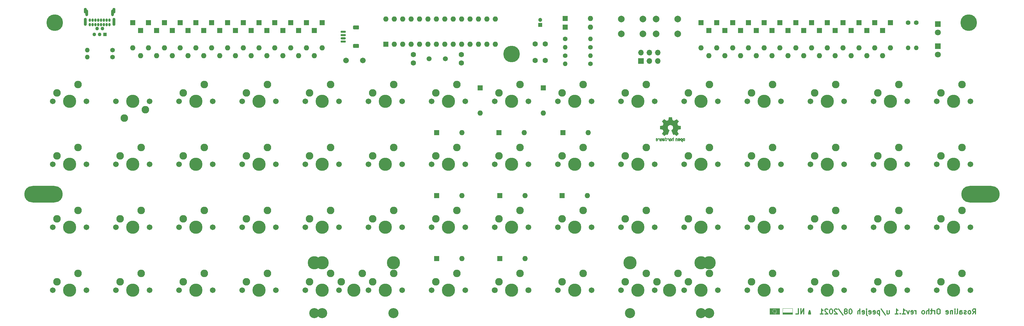
<source format=gbr>
G04 #@! TF.GenerationSoftware,KiCad,Pcbnew,(5.1.10-1-10_14)*
G04 #@! TF.CreationDate,2021-08-31T22:09:07+02:00*
G04 #@! TF.ProjectId,rosaline-ortho,726f7361-6c69-46e6-952d-6f7274686f2e,1*
G04 #@! TF.SameCoordinates,Original*
G04 #@! TF.FileFunction,Soldermask,Bot*
G04 #@! TF.FilePolarity,Negative*
%FSLAX46Y46*%
G04 Gerber Fmt 4.6, Leading zero omitted, Abs format (unit mm)*
G04 Created by KiCad (PCBNEW (5.1.10-1-10_14)) date 2021-08-31 22:09:07*
%MOMM*%
%LPD*%
G01*
G04 APERTURE LIST*
%ADD10C,0.300000*%
%ADD11C,0.010000*%
%ADD12C,0.120000*%
%ADD13C,0.100000*%
%ADD14C,0.160000*%
%ADD15C,0.500000*%
%ADD16C,2.286000*%
%ADD17C,3.987800*%
%ADD18C,3.048000*%
%ADD19C,1.701800*%
%ADD20C,1.800000*%
%ADD21O,1.600000X1.600000*%
%ADD22R,1.600000X1.600000*%
%ADD23O,0.700000X1.000000*%
%ADD24O,0.900000X2.400000*%
%ADD25O,0.900000X1.700000*%
%ADD26C,1.100000*%
%ADD27R,1.100000X1.100000*%
%ADD28O,0.850000X2.000000*%
%ADD29O,11.600000X5.000000*%
%ADD30C,5.000000*%
%ADD31O,1.400000X1.400000*%
%ADD32C,1.400000*%
%ADD33C,1.710000*%
%ADD34R,1.200000X1.200000*%
%ADD35C,1.200000*%
%ADD36C,1.600000*%
%ADD37R,1.700000X1.700000*%
%ADD38O,1.700000X1.700000*%
%ADD39R,1.800000X1.800000*%
%ADD40C,2.000000*%
%ADD41C,1.500000*%
G04 APERTURE END LIST*
D10*
X291484710Y-147720882D02*
X291984710Y-147006596D01*
X292341853Y-147720882D02*
X292341853Y-146220882D01*
X291770424Y-146220882D01*
X291627567Y-146292311D01*
X291556138Y-146363739D01*
X291484710Y-146506596D01*
X291484710Y-146720882D01*
X291556138Y-146863739D01*
X291627567Y-146935168D01*
X291770424Y-147006596D01*
X292341853Y-147006596D01*
X290627567Y-147720882D02*
X290770424Y-147649453D01*
X290841853Y-147578025D01*
X290913281Y-147435168D01*
X290913281Y-147006596D01*
X290841853Y-146863739D01*
X290770424Y-146792311D01*
X290627567Y-146720882D01*
X290413281Y-146720882D01*
X290270424Y-146792311D01*
X290198996Y-146863739D01*
X290127567Y-147006596D01*
X290127567Y-147435168D01*
X290198996Y-147578025D01*
X290270424Y-147649453D01*
X290413281Y-147720882D01*
X290627567Y-147720882D01*
X289556138Y-147649453D02*
X289413281Y-147720882D01*
X289127567Y-147720882D01*
X288984710Y-147649453D01*
X288913281Y-147506596D01*
X288913281Y-147435168D01*
X288984710Y-147292311D01*
X289127567Y-147220882D01*
X289341853Y-147220882D01*
X289484710Y-147149453D01*
X289556138Y-147006596D01*
X289556138Y-146935168D01*
X289484710Y-146792311D01*
X289341853Y-146720882D01*
X289127567Y-146720882D01*
X288984710Y-146792311D01*
X287627567Y-147720882D02*
X287627567Y-146935168D01*
X287698996Y-146792311D01*
X287841853Y-146720882D01*
X288127567Y-146720882D01*
X288270424Y-146792311D01*
X287627567Y-147649453D02*
X287770424Y-147720882D01*
X288127567Y-147720882D01*
X288270424Y-147649453D01*
X288341853Y-147506596D01*
X288341853Y-147363739D01*
X288270424Y-147220882D01*
X288127567Y-147149453D01*
X287770424Y-147149453D01*
X287627567Y-147078025D01*
X286698996Y-147720882D02*
X286841853Y-147649453D01*
X286913281Y-147506596D01*
X286913281Y-146220882D01*
X286127567Y-147720882D02*
X286127567Y-146720882D01*
X286127567Y-146220882D02*
X286198996Y-146292311D01*
X286127567Y-146363739D01*
X286056138Y-146292311D01*
X286127567Y-146220882D01*
X286127567Y-146363739D01*
X285413281Y-146720882D02*
X285413281Y-147720882D01*
X285413281Y-146863739D02*
X285341853Y-146792311D01*
X285198996Y-146720882D01*
X284984710Y-146720882D01*
X284841853Y-146792311D01*
X284770424Y-146935168D01*
X284770424Y-147720882D01*
X283484710Y-147649453D02*
X283627567Y-147720882D01*
X283913281Y-147720882D01*
X284056138Y-147649453D01*
X284127567Y-147506596D01*
X284127567Y-146935168D01*
X284056138Y-146792311D01*
X283913281Y-146720882D01*
X283627567Y-146720882D01*
X283484710Y-146792311D01*
X283413281Y-146935168D01*
X283413281Y-147078025D01*
X284127567Y-147220882D01*
X281341853Y-146220882D02*
X281056138Y-146220882D01*
X280913281Y-146292311D01*
X280770424Y-146435168D01*
X280698996Y-146720882D01*
X280698996Y-147220882D01*
X280770424Y-147506596D01*
X280913281Y-147649453D01*
X281056138Y-147720882D01*
X281341853Y-147720882D01*
X281484710Y-147649453D01*
X281627567Y-147506596D01*
X281698996Y-147220882D01*
X281698996Y-146720882D01*
X281627567Y-146435168D01*
X281484710Y-146292311D01*
X281341853Y-146220882D01*
X280056138Y-147720882D02*
X280056138Y-146720882D01*
X280056138Y-147006596D02*
X279984710Y-146863739D01*
X279913281Y-146792311D01*
X279770424Y-146720882D01*
X279627567Y-146720882D01*
X279341853Y-146720882D02*
X278770424Y-146720882D01*
X279127567Y-146220882D02*
X279127567Y-147506596D01*
X279056138Y-147649453D01*
X278913281Y-147720882D01*
X278770424Y-147720882D01*
X278270424Y-147720882D02*
X278270424Y-146220882D01*
X277627567Y-147720882D02*
X277627567Y-146935168D01*
X277698996Y-146792311D01*
X277841853Y-146720882D01*
X278056138Y-146720882D01*
X278198996Y-146792311D01*
X278270424Y-146863739D01*
X276698996Y-147720882D02*
X276841853Y-147649453D01*
X276913281Y-147578025D01*
X276984710Y-147435168D01*
X276984710Y-147006596D01*
X276913281Y-146863739D01*
X276841853Y-146792311D01*
X276698996Y-146720882D01*
X276484710Y-146720882D01*
X276341853Y-146792311D01*
X276270424Y-146863739D01*
X276198996Y-147006596D01*
X276198996Y-147435168D01*
X276270424Y-147578025D01*
X276341853Y-147649453D01*
X276484710Y-147720882D01*
X276698996Y-147720882D01*
X274413281Y-147720882D02*
X274413281Y-146720882D01*
X274413281Y-147006596D02*
X274341853Y-146863739D01*
X274270424Y-146792311D01*
X274127567Y-146720882D01*
X273984710Y-146720882D01*
X272913281Y-147649453D02*
X273056138Y-147720882D01*
X273341853Y-147720882D01*
X273484710Y-147649453D01*
X273556138Y-147506596D01*
X273556138Y-146935168D01*
X273484710Y-146792311D01*
X273341853Y-146720882D01*
X273056138Y-146720882D01*
X272913281Y-146792311D01*
X272841853Y-146935168D01*
X272841853Y-147078025D01*
X273556138Y-147220882D01*
X272341853Y-146720882D02*
X271984710Y-147720882D01*
X271627567Y-146720882D01*
X270270424Y-147720882D02*
X271127567Y-147720882D01*
X270698996Y-147720882D02*
X270698996Y-146220882D01*
X270841853Y-146435168D01*
X270984710Y-146578025D01*
X271127567Y-146649453D01*
X269627567Y-147578025D02*
X269556138Y-147649453D01*
X269627567Y-147720882D01*
X269698996Y-147649453D01*
X269627567Y-147578025D01*
X269627567Y-147720882D01*
X268127567Y-147720882D02*
X268984710Y-147720882D01*
X268556138Y-147720882D02*
X268556138Y-146220882D01*
X268698996Y-146435168D01*
X268841853Y-146578025D01*
X268984710Y-146649453D01*
X265698996Y-146720882D02*
X265698996Y-147720882D01*
X266341853Y-146720882D02*
X266341853Y-147506596D01*
X266270424Y-147649453D01*
X266127567Y-147720882D01*
X265913281Y-147720882D01*
X265770424Y-147649453D01*
X265698996Y-147578025D01*
X263913281Y-146149453D02*
X265198996Y-148078025D01*
X263413281Y-146720882D02*
X263413281Y-148220882D01*
X263413281Y-146792311D02*
X263270424Y-146720882D01*
X262984710Y-146720882D01*
X262841853Y-146792311D01*
X262770424Y-146863739D01*
X262698996Y-147006596D01*
X262698996Y-147435168D01*
X262770424Y-147578025D01*
X262841853Y-147649453D01*
X262984710Y-147720882D01*
X263270424Y-147720882D01*
X263413281Y-147649453D01*
X261484710Y-147649453D02*
X261627567Y-147720882D01*
X261913281Y-147720882D01*
X262056138Y-147649453D01*
X262127567Y-147506596D01*
X262127567Y-146935168D01*
X262056138Y-146792311D01*
X261913281Y-146720882D01*
X261627567Y-146720882D01*
X261484710Y-146792311D01*
X261413281Y-146935168D01*
X261413281Y-147078025D01*
X262127567Y-147220882D01*
X260198996Y-147649453D02*
X260341853Y-147720882D01*
X260627567Y-147720882D01*
X260770424Y-147649453D01*
X260841853Y-147506596D01*
X260841853Y-146935168D01*
X260770424Y-146792311D01*
X260627567Y-146720882D01*
X260341853Y-146720882D01*
X260198996Y-146792311D01*
X260127567Y-146935168D01*
X260127567Y-147078025D01*
X260841853Y-147220882D01*
X259484710Y-146720882D02*
X259484710Y-148006596D01*
X259556138Y-148149453D01*
X259698996Y-148220882D01*
X259770424Y-148220882D01*
X259484710Y-146220882D02*
X259556138Y-146292311D01*
X259484710Y-146363739D01*
X259413281Y-146292311D01*
X259484710Y-146220882D01*
X259484710Y-146363739D01*
X258198996Y-147649453D02*
X258341853Y-147720882D01*
X258627567Y-147720882D01*
X258770424Y-147649453D01*
X258841853Y-147506596D01*
X258841853Y-146935168D01*
X258770424Y-146792311D01*
X258627567Y-146720882D01*
X258341853Y-146720882D01*
X258198996Y-146792311D01*
X258127567Y-146935168D01*
X258127567Y-147078025D01*
X258841853Y-147220882D01*
X257484710Y-147720882D02*
X257484710Y-146220882D01*
X256841853Y-147720882D02*
X256841853Y-146935168D01*
X256913281Y-146792311D01*
X257056138Y-146720882D01*
X257270424Y-146720882D01*
X257413281Y-146792311D01*
X257484710Y-146863739D01*
X254698996Y-146220882D02*
X254556138Y-146220882D01*
X254413281Y-146292311D01*
X254341853Y-146363739D01*
X254270424Y-146506596D01*
X254198996Y-146792311D01*
X254198996Y-147149453D01*
X254270424Y-147435168D01*
X254341853Y-147578025D01*
X254413281Y-147649453D01*
X254556138Y-147720882D01*
X254698996Y-147720882D01*
X254841853Y-147649453D01*
X254913281Y-147578025D01*
X254984710Y-147435168D01*
X255056138Y-147149453D01*
X255056138Y-146792311D01*
X254984710Y-146506596D01*
X254913281Y-146363739D01*
X254841853Y-146292311D01*
X254698996Y-146220882D01*
X253341853Y-146863739D02*
X253484710Y-146792311D01*
X253556138Y-146720882D01*
X253627567Y-146578025D01*
X253627567Y-146506596D01*
X253556138Y-146363739D01*
X253484710Y-146292311D01*
X253341853Y-146220882D01*
X253056138Y-146220882D01*
X252913281Y-146292311D01*
X252841853Y-146363739D01*
X252770424Y-146506596D01*
X252770424Y-146578025D01*
X252841853Y-146720882D01*
X252913281Y-146792311D01*
X253056138Y-146863739D01*
X253341853Y-146863739D01*
X253484710Y-146935168D01*
X253556138Y-147006596D01*
X253627567Y-147149453D01*
X253627567Y-147435168D01*
X253556138Y-147578025D01*
X253484710Y-147649453D01*
X253341853Y-147720882D01*
X253056138Y-147720882D01*
X252913281Y-147649453D01*
X252841853Y-147578025D01*
X252770424Y-147435168D01*
X252770424Y-147149453D01*
X252841853Y-147006596D01*
X252913281Y-146935168D01*
X253056138Y-146863739D01*
X251056138Y-146149453D02*
X252341853Y-148078025D01*
X250627567Y-146363739D02*
X250556138Y-146292311D01*
X250413281Y-146220882D01*
X250056138Y-146220882D01*
X249913281Y-146292311D01*
X249841853Y-146363739D01*
X249770424Y-146506596D01*
X249770424Y-146649453D01*
X249841853Y-146863739D01*
X250698996Y-147720882D01*
X249770424Y-147720882D01*
X248841853Y-146220882D02*
X248698996Y-146220882D01*
X248556138Y-146292311D01*
X248484710Y-146363739D01*
X248413281Y-146506596D01*
X248341853Y-146792311D01*
X248341853Y-147149453D01*
X248413281Y-147435168D01*
X248484710Y-147578025D01*
X248556138Y-147649453D01*
X248698996Y-147720882D01*
X248841853Y-147720882D01*
X248984710Y-147649453D01*
X249056138Y-147578025D01*
X249127567Y-147435168D01*
X249198996Y-147149453D01*
X249198996Y-146792311D01*
X249127567Y-146506596D01*
X249056138Y-146363739D01*
X248984710Y-146292311D01*
X248841853Y-146220882D01*
X247770424Y-146363739D02*
X247698996Y-146292311D01*
X247556138Y-146220882D01*
X247198996Y-146220882D01*
X247056138Y-146292311D01*
X246984710Y-146363739D01*
X246913281Y-146506596D01*
X246913281Y-146649453D01*
X246984710Y-146863739D01*
X247841853Y-147720882D01*
X246913281Y-147720882D01*
X245484710Y-147720882D02*
X246341853Y-147720882D01*
X245913281Y-147720882D02*
X245913281Y-146220882D01*
X246056138Y-146435168D01*
X246198996Y-146578025D01*
X246341853Y-146649453D01*
X240548511Y-147708809D02*
X240548511Y-146108809D01*
X239634226Y-147708809D01*
X239634226Y-146108809D01*
X238110416Y-147708809D02*
X238872321Y-147708809D01*
X238872321Y-146108809D01*
D11*
G36*
X200123247Y-88204026D02*
G01*
X200017513Y-88204605D01*
X199940993Y-88206172D01*
X199888753Y-88209222D01*
X199855862Y-88214246D01*
X199837388Y-88221739D01*
X199828398Y-88232194D01*
X199823962Y-88246103D01*
X199823531Y-88247904D01*
X199816792Y-88280395D01*
X199804317Y-88344502D01*
X199787406Y-88433401D01*
X199767354Y-88540269D01*
X199745461Y-88658283D01*
X199744696Y-88662428D01*
X199722766Y-88778081D01*
X199702248Y-88880264D01*
X199684466Y-88962848D01*
X199670744Y-89019706D01*
X199662407Y-89044708D01*
X199662009Y-89045151D01*
X199637448Y-89057360D01*
X199586810Y-89077706D01*
X199521030Y-89101795D01*
X199520664Y-89101924D01*
X199437808Y-89133068D01*
X199340125Y-89172741D01*
X199248048Y-89212631D01*
X199243691Y-89214603D01*
X199093718Y-89282670D01*
X198761627Y-89055889D01*
X198659751Y-88986754D01*
X198567468Y-88924947D01*
X198490122Y-88873983D01*
X198433061Y-88837377D01*
X198401630Y-88818644D01*
X198398646Y-88817254D01*
X198375804Y-88823440D01*
X198333143Y-88853285D01*
X198268997Y-88908197D01*
X198181704Y-88989584D01*
X198092590Y-89076172D01*
X198006684Y-89161497D01*
X197929798Y-89239358D01*
X197866561Y-89304947D01*
X197821602Y-89353455D01*
X197799549Y-89380075D01*
X197798729Y-89381445D01*
X197796291Y-89399713D01*
X197805475Y-89429545D01*
X197828551Y-89474971D01*
X197867788Y-89540020D01*
X197925455Y-89628720D01*
X198002330Y-89742907D01*
X198070555Y-89843412D01*
X198131543Y-89933553D01*
X198181769Y-90008099D01*
X198217709Y-90061815D01*
X198235838Y-90089468D01*
X198236979Y-90091345D01*
X198234766Y-90117840D01*
X198217987Y-90169336D01*
X198189983Y-90236101D01*
X198180003Y-90257422D01*
X198136453Y-90352409D01*
X198089991Y-90460187D01*
X198052248Y-90553442D01*
X198025052Y-90622656D01*
X198003450Y-90675256D01*
X197990967Y-90702747D01*
X197989416Y-90704866D01*
X197966457Y-90708374D01*
X197912339Y-90717988D01*
X197834257Y-90732339D01*
X197739406Y-90750057D01*
X197634982Y-90769775D01*
X197528181Y-90790124D01*
X197426199Y-90809736D01*
X197336231Y-90827241D01*
X197265472Y-90841272D01*
X197221119Y-90850459D01*
X197210240Y-90853057D01*
X197199003Y-90859468D01*
X197190520Y-90873947D01*
X197184411Y-90901383D01*
X197180293Y-90946661D01*
X197177784Y-91014670D01*
X197176504Y-91110297D01*
X197176071Y-91238430D01*
X197176048Y-91290951D01*
X197176048Y-91718095D01*
X197278625Y-91738341D01*
X197335694Y-91749320D01*
X197420856Y-91765345D01*
X197523753Y-91784483D01*
X197634029Y-91804801D01*
X197664510Y-91810382D01*
X197766270Y-91830167D01*
X197854920Y-91849623D01*
X197923017Y-91866947D01*
X197963121Y-91880338D01*
X197969802Y-91884329D01*
X197986206Y-91912592D01*
X198009726Y-91967359D01*
X198035809Y-92037838D01*
X198040983Y-92053019D01*
X198075169Y-92147146D01*
X198117602Y-92253351D01*
X198159128Y-92348723D01*
X198159333Y-92349166D01*
X198228485Y-92498775D01*
X197773613Y-93167867D01*
X198065625Y-93460366D01*
X198153945Y-93547420D01*
X198234500Y-93624159D01*
X198302765Y-93686487D01*
X198354217Y-93730306D01*
X198384331Y-93751520D01*
X198388651Y-93752866D01*
X198414014Y-93742266D01*
X198465767Y-93712797D01*
X198538257Y-93667955D01*
X198625831Y-93611234D01*
X198720513Y-93547712D01*
X198816609Y-93482918D01*
X198902288Y-93426537D01*
X198972109Y-93382038D01*
X199020631Y-93352889D01*
X199042343Y-93342558D01*
X199068832Y-93351300D01*
X199119063Y-93374337D01*
X199182674Y-93406881D01*
X199189417Y-93410499D01*
X199275079Y-93453460D01*
X199333819Y-93474529D01*
X199370353Y-93474753D01*
X199389394Y-93455178D01*
X199389505Y-93454904D01*
X199399023Y-93431722D01*
X199421722Y-93376691D01*
X199455843Y-93294072D01*
X199499625Y-93188122D01*
X199551309Y-93063102D01*
X199609133Y-92923270D01*
X199665134Y-92787887D01*
X199726678Y-92638484D01*
X199783186Y-92500082D01*
X199832964Y-92376923D01*
X199874319Y-92273252D01*
X199905557Y-92193309D01*
X199924984Y-92141338D01*
X199930971Y-92121942D01*
X199915957Y-92099693D01*
X199876686Y-92064232D01*
X199824318Y-92025137D01*
X199675184Y-91901495D01*
X199558614Y-91759772D01*
X199476007Y-91602954D01*
X199428759Y-91434025D01*
X199418268Y-91255972D01*
X199425894Y-91173789D01*
X199467443Y-91003281D01*
X199539002Y-90852709D01*
X199636130Y-90723559D01*
X199754391Y-90617314D01*
X199889345Y-90535460D01*
X200036554Y-90479482D01*
X200191581Y-90450865D01*
X200349986Y-90451094D01*
X200507331Y-90481655D01*
X200659179Y-90544032D01*
X200801090Y-90639710D01*
X200860322Y-90693822D01*
X200973922Y-90832770D01*
X201053019Y-90984611D01*
X201098139Y-91144917D01*
X201109809Y-91309262D01*
X201088556Y-91473221D01*
X201034905Y-91632368D01*
X200949385Y-91782275D01*
X200832520Y-91918517D01*
X200701932Y-92025137D01*
X200647537Y-92065892D01*
X200609111Y-92100968D01*
X200595279Y-92121976D01*
X200602522Y-92144885D01*
X200623120Y-92199615D01*
X200655379Y-92281922D01*
X200697604Y-92387565D01*
X200748102Y-92512300D01*
X200805177Y-92651886D01*
X200861271Y-92787920D01*
X200923158Y-92937451D01*
X200980481Y-93076017D01*
X201031481Y-93199357D01*
X201074398Y-93303214D01*
X201107472Y-93383330D01*
X201128944Y-93435445D01*
X201136900Y-93454904D01*
X201155696Y-93474673D01*
X201192051Y-93474615D01*
X201250646Y-93453691D01*
X201336157Y-93410863D01*
X201336833Y-93410499D01*
X201401218Y-93377262D01*
X201453264Y-93353052D01*
X201482613Y-93342654D01*
X201483908Y-93342558D01*
X201506001Y-93353105D01*
X201554777Y-93382434D01*
X201624794Y-93427077D01*
X201710611Y-93483564D01*
X201805737Y-93547712D01*
X201902585Y-93612661D01*
X201989872Y-93669146D01*
X202061944Y-93713671D01*
X202113148Y-93742740D01*
X202137599Y-93752866D01*
X202160115Y-93739557D01*
X202205383Y-93702362D01*
X202268881Y-93645378D01*
X202346086Y-93572699D01*
X202432474Y-93488421D01*
X202460726Y-93460266D01*
X202752838Y-93167666D01*
X202530494Y-92841354D01*
X202462923Y-92741147D01*
X202403618Y-92651213D01*
X202355908Y-92576760D01*
X202323118Y-92523001D01*
X202308577Y-92495144D01*
X202308151Y-92493162D01*
X202315817Y-92466905D01*
X202336436Y-92414087D01*
X202366440Y-92343560D01*
X202387500Y-92296343D01*
X202426877Y-92205944D01*
X202463960Y-92114616D01*
X202492710Y-92037450D01*
X202500520Y-92013942D01*
X202522708Y-91951166D01*
X202544398Y-91902661D01*
X202556312Y-91884329D01*
X202582602Y-91873109D01*
X202639983Y-91857204D01*
X202721007Y-91838417D01*
X202818230Y-91818549D01*
X202861740Y-91810382D01*
X202972229Y-91790079D01*
X203078209Y-91770420D01*
X203169324Y-91753338D01*
X203235217Y-91740768D01*
X203247625Y-91738341D01*
X203350202Y-91718095D01*
X203350202Y-91290951D01*
X203349972Y-91150496D01*
X203349026Y-91044229D01*
X203346984Y-90967263D01*
X203343463Y-90914710D01*
X203338082Y-90881683D01*
X203330459Y-90863295D01*
X203320213Y-90854658D01*
X203316010Y-90853057D01*
X203290655Y-90847377D01*
X203234641Y-90836045D01*
X203155161Y-90820429D01*
X203059413Y-90801897D01*
X202954592Y-90781819D01*
X202847893Y-90761562D01*
X202746512Y-90742496D01*
X202657646Y-90725989D01*
X202588488Y-90713409D01*
X202546236Y-90706125D01*
X202536835Y-90704866D01*
X202528318Y-90688013D01*
X202509465Y-90643120D01*
X202483801Y-90578680D01*
X202474002Y-90553442D01*
X202434477Y-90455936D01*
X202387933Y-90348209D01*
X202346248Y-90257422D01*
X202315575Y-90188003D01*
X202295169Y-90130960D01*
X202288357Y-90096027D01*
X202289443Y-90091345D01*
X202303840Y-90069241D01*
X202336713Y-90020081D01*
X202384535Y-89949098D01*
X202443777Y-89861528D01*
X202510910Y-89762607D01*
X202524184Y-89743080D01*
X202602079Y-89627390D01*
X202659338Y-89539294D01*
X202698244Y-89474736D01*
X202721081Y-89429661D01*
X202730131Y-89400013D01*
X202727677Y-89381735D01*
X202727614Y-89381619D01*
X202708298Y-89357611D01*
X202665574Y-89311197D01*
X202604074Y-89247187D01*
X202528427Y-89170395D01*
X202443264Y-89085632D01*
X202433660Y-89076172D01*
X202326335Y-88972239D01*
X202243510Y-88895925D01*
X202183520Y-88845821D01*
X202144702Y-88820520D01*
X202127605Y-88817254D01*
X202102652Y-88831500D01*
X202050870Y-88864406D01*
X201977605Y-88912458D01*
X201888205Y-88972140D01*
X201788014Y-89039938D01*
X201764624Y-89055889D01*
X201432532Y-89282670D01*
X201282560Y-89214603D01*
X201191355Y-89174935D01*
X201093456Y-89135041D01*
X201009294Y-89103233D01*
X201005587Y-89101924D01*
X200939756Y-89077826D01*
X200889009Y-89057450D01*
X200864283Y-89045186D01*
X200864241Y-89045151D01*
X200856396Y-89022984D01*
X200843059Y-88968467D01*
X200825555Y-88887730D01*
X200805208Y-88786900D01*
X200783343Y-88672106D01*
X200781554Y-88662428D01*
X200759621Y-88544154D01*
X200739485Y-88436792D01*
X200722445Y-88347167D01*
X200709797Y-88282101D01*
X200702841Y-88248418D01*
X200702719Y-88247904D01*
X200698486Y-88233575D01*
X200690254Y-88222757D01*
X200673092Y-88214956D01*
X200642067Y-88209679D01*
X200592247Y-88206432D01*
X200518701Y-88204722D01*
X200416496Y-88204057D01*
X200280700Y-88203943D01*
X200263125Y-88203942D01*
X200123247Y-88204026D01*
G37*
X200123247Y-88204026D02*
X200017513Y-88204605D01*
X199940993Y-88206172D01*
X199888753Y-88209222D01*
X199855862Y-88214246D01*
X199837388Y-88221739D01*
X199828398Y-88232194D01*
X199823962Y-88246103D01*
X199823531Y-88247904D01*
X199816792Y-88280395D01*
X199804317Y-88344502D01*
X199787406Y-88433401D01*
X199767354Y-88540269D01*
X199745461Y-88658283D01*
X199744696Y-88662428D01*
X199722766Y-88778081D01*
X199702248Y-88880264D01*
X199684466Y-88962848D01*
X199670744Y-89019706D01*
X199662407Y-89044708D01*
X199662009Y-89045151D01*
X199637448Y-89057360D01*
X199586810Y-89077706D01*
X199521030Y-89101795D01*
X199520664Y-89101924D01*
X199437808Y-89133068D01*
X199340125Y-89172741D01*
X199248048Y-89212631D01*
X199243691Y-89214603D01*
X199093718Y-89282670D01*
X198761627Y-89055889D01*
X198659751Y-88986754D01*
X198567468Y-88924947D01*
X198490122Y-88873983D01*
X198433061Y-88837377D01*
X198401630Y-88818644D01*
X198398646Y-88817254D01*
X198375804Y-88823440D01*
X198333143Y-88853285D01*
X198268997Y-88908197D01*
X198181704Y-88989584D01*
X198092590Y-89076172D01*
X198006684Y-89161497D01*
X197929798Y-89239358D01*
X197866561Y-89304947D01*
X197821602Y-89353455D01*
X197799549Y-89380075D01*
X197798729Y-89381445D01*
X197796291Y-89399713D01*
X197805475Y-89429545D01*
X197828551Y-89474971D01*
X197867788Y-89540020D01*
X197925455Y-89628720D01*
X198002330Y-89742907D01*
X198070555Y-89843412D01*
X198131543Y-89933553D01*
X198181769Y-90008099D01*
X198217709Y-90061815D01*
X198235838Y-90089468D01*
X198236979Y-90091345D01*
X198234766Y-90117840D01*
X198217987Y-90169336D01*
X198189983Y-90236101D01*
X198180003Y-90257422D01*
X198136453Y-90352409D01*
X198089991Y-90460187D01*
X198052248Y-90553442D01*
X198025052Y-90622656D01*
X198003450Y-90675256D01*
X197990967Y-90702747D01*
X197989416Y-90704866D01*
X197966457Y-90708374D01*
X197912339Y-90717988D01*
X197834257Y-90732339D01*
X197739406Y-90750057D01*
X197634982Y-90769775D01*
X197528181Y-90790124D01*
X197426199Y-90809736D01*
X197336231Y-90827241D01*
X197265472Y-90841272D01*
X197221119Y-90850459D01*
X197210240Y-90853057D01*
X197199003Y-90859468D01*
X197190520Y-90873947D01*
X197184411Y-90901383D01*
X197180293Y-90946661D01*
X197177784Y-91014670D01*
X197176504Y-91110297D01*
X197176071Y-91238430D01*
X197176048Y-91290951D01*
X197176048Y-91718095D01*
X197278625Y-91738341D01*
X197335694Y-91749320D01*
X197420856Y-91765345D01*
X197523753Y-91784483D01*
X197634029Y-91804801D01*
X197664510Y-91810382D01*
X197766270Y-91830167D01*
X197854920Y-91849623D01*
X197923017Y-91866947D01*
X197963121Y-91880338D01*
X197969802Y-91884329D01*
X197986206Y-91912592D01*
X198009726Y-91967359D01*
X198035809Y-92037838D01*
X198040983Y-92053019D01*
X198075169Y-92147146D01*
X198117602Y-92253351D01*
X198159128Y-92348723D01*
X198159333Y-92349166D01*
X198228485Y-92498775D01*
X197773613Y-93167867D01*
X198065625Y-93460366D01*
X198153945Y-93547420D01*
X198234500Y-93624159D01*
X198302765Y-93686487D01*
X198354217Y-93730306D01*
X198384331Y-93751520D01*
X198388651Y-93752866D01*
X198414014Y-93742266D01*
X198465767Y-93712797D01*
X198538257Y-93667955D01*
X198625831Y-93611234D01*
X198720513Y-93547712D01*
X198816609Y-93482918D01*
X198902288Y-93426537D01*
X198972109Y-93382038D01*
X199020631Y-93352889D01*
X199042343Y-93342558D01*
X199068832Y-93351300D01*
X199119063Y-93374337D01*
X199182674Y-93406881D01*
X199189417Y-93410499D01*
X199275079Y-93453460D01*
X199333819Y-93474529D01*
X199370353Y-93474753D01*
X199389394Y-93455178D01*
X199389505Y-93454904D01*
X199399023Y-93431722D01*
X199421722Y-93376691D01*
X199455843Y-93294072D01*
X199499625Y-93188122D01*
X199551309Y-93063102D01*
X199609133Y-92923270D01*
X199665134Y-92787887D01*
X199726678Y-92638484D01*
X199783186Y-92500082D01*
X199832964Y-92376923D01*
X199874319Y-92273252D01*
X199905557Y-92193309D01*
X199924984Y-92141338D01*
X199930971Y-92121942D01*
X199915957Y-92099693D01*
X199876686Y-92064232D01*
X199824318Y-92025137D01*
X199675184Y-91901495D01*
X199558614Y-91759772D01*
X199476007Y-91602954D01*
X199428759Y-91434025D01*
X199418268Y-91255972D01*
X199425894Y-91173789D01*
X199467443Y-91003281D01*
X199539002Y-90852709D01*
X199636130Y-90723559D01*
X199754391Y-90617314D01*
X199889345Y-90535460D01*
X200036554Y-90479482D01*
X200191581Y-90450865D01*
X200349986Y-90451094D01*
X200507331Y-90481655D01*
X200659179Y-90544032D01*
X200801090Y-90639710D01*
X200860322Y-90693822D01*
X200973922Y-90832770D01*
X201053019Y-90984611D01*
X201098139Y-91144917D01*
X201109809Y-91309262D01*
X201088556Y-91473221D01*
X201034905Y-91632368D01*
X200949385Y-91782275D01*
X200832520Y-91918517D01*
X200701932Y-92025137D01*
X200647537Y-92065892D01*
X200609111Y-92100968D01*
X200595279Y-92121976D01*
X200602522Y-92144885D01*
X200623120Y-92199615D01*
X200655379Y-92281922D01*
X200697604Y-92387565D01*
X200748102Y-92512300D01*
X200805177Y-92651886D01*
X200861271Y-92787920D01*
X200923158Y-92937451D01*
X200980481Y-93076017D01*
X201031481Y-93199357D01*
X201074398Y-93303214D01*
X201107472Y-93383330D01*
X201128944Y-93435445D01*
X201136900Y-93454904D01*
X201155696Y-93474673D01*
X201192051Y-93474615D01*
X201250646Y-93453691D01*
X201336157Y-93410863D01*
X201336833Y-93410499D01*
X201401218Y-93377262D01*
X201453264Y-93353052D01*
X201482613Y-93342654D01*
X201483908Y-93342558D01*
X201506001Y-93353105D01*
X201554777Y-93382434D01*
X201624794Y-93427077D01*
X201710611Y-93483564D01*
X201805737Y-93547712D01*
X201902585Y-93612661D01*
X201989872Y-93669146D01*
X202061944Y-93713671D01*
X202113148Y-93742740D01*
X202137599Y-93752866D01*
X202160115Y-93739557D01*
X202205383Y-93702362D01*
X202268881Y-93645378D01*
X202346086Y-93572699D01*
X202432474Y-93488421D01*
X202460726Y-93460266D01*
X202752838Y-93167666D01*
X202530494Y-92841354D01*
X202462923Y-92741147D01*
X202403618Y-92651213D01*
X202355908Y-92576760D01*
X202323118Y-92523001D01*
X202308577Y-92495144D01*
X202308151Y-92493162D01*
X202315817Y-92466905D01*
X202336436Y-92414087D01*
X202366440Y-92343560D01*
X202387500Y-92296343D01*
X202426877Y-92205944D01*
X202463960Y-92114616D01*
X202492710Y-92037450D01*
X202500520Y-92013942D01*
X202522708Y-91951166D01*
X202544398Y-91902661D01*
X202556312Y-91884329D01*
X202582602Y-91873109D01*
X202639983Y-91857204D01*
X202721007Y-91838417D01*
X202818230Y-91818549D01*
X202861740Y-91810382D01*
X202972229Y-91790079D01*
X203078209Y-91770420D01*
X203169324Y-91753338D01*
X203235217Y-91740768D01*
X203247625Y-91738341D01*
X203350202Y-91718095D01*
X203350202Y-91290951D01*
X203349972Y-91150496D01*
X203349026Y-91044229D01*
X203346984Y-90967263D01*
X203343463Y-90914710D01*
X203338082Y-90881683D01*
X203330459Y-90863295D01*
X203320213Y-90854658D01*
X203316010Y-90853057D01*
X203290655Y-90847377D01*
X203234641Y-90836045D01*
X203155161Y-90820429D01*
X203059413Y-90801897D01*
X202954592Y-90781819D01*
X202847893Y-90761562D01*
X202746512Y-90742496D01*
X202657646Y-90725989D01*
X202588488Y-90713409D01*
X202546236Y-90706125D01*
X202536835Y-90704866D01*
X202528318Y-90688013D01*
X202509465Y-90643120D01*
X202483801Y-90578680D01*
X202474002Y-90553442D01*
X202434477Y-90455936D01*
X202387933Y-90348209D01*
X202346248Y-90257422D01*
X202315575Y-90188003D01*
X202295169Y-90130960D01*
X202288357Y-90096027D01*
X202289443Y-90091345D01*
X202303840Y-90069241D01*
X202336713Y-90020081D01*
X202384535Y-89949098D01*
X202443777Y-89861528D01*
X202510910Y-89762607D01*
X202524184Y-89743080D01*
X202602079Y-89627390D01*
X202659338Y-89539294D01*
X202698244Y-89474736D01*
X202721081Y-89429661D01*
X202730131Y-89400013D01*
X202727677Y-89381735D01*
X202727614Y-89381619D01*
X202708298Y-89357611D01*
X202665574Y-89311197D01*
X202604074Y-89247187D01*
X202528427Y-89170395D01*
X202443264Y-89085632D01*
X202433660Y-89076172D01*
X202326335Y-88972239D01*
X202243510Y-88895925D01*
X202183520Y-88845821D01*
X202144702Y-88820520D01*
X202127605Y-88817254D01*
X202102652Y-88831500D01*
X202050870Y-88864406D01*
X201977605Y-88912458D01*
X201888205Y-88972140D01*
X201788014Y-89039938D01*
X201764624Y-89055889D01*
X201432532Y-89282670D01*
X201282560Y-89214603D01*
X201191355Y-89174935D01*
X201093456Y-89135041D01*
X201009294Y-89103233D01*
X201005587Y-89101924D01*
X200939756Y-89077826D01*
X200889009Y-89057450D01*
X200864283Y-89045186D01*
X200864241Y-89045151D01*
X200856396Y-89022984D01*
X200843059Y-88968467D01*
X200825555Y-88887730D01*
X200805208Y-88786900D01*
X200783343Y-88672106D01*
X200781554Y-88662428D01*
X200759621Y-88544154D01*
X200739485Y-88436792D01*
X200722445Y-88347167D01*
X200709797Y-88282101D01*
X200702841Y-88248418D01*
X200702719Y-88247904D01*
X200698486Y-88233575D01*
X200690254Y-88222757D01*
X200673092Y-88214956D01*
X200642067Y-88209679D01*
X200592247Y-88206432D01*
X200518701Y-88204722D01*
X200416496Y-88204057D01*
X200280700Y-88203943D01*
X200263125Y-88203942D01*
X200123247Y-88204026D01*
G36*
X196017901Y-94564088D02*
G01*
X195940597Y-94614611D01*
X195903311Y-94659840D01*
X195873772Y-94741913D01*
X195871426Y-94806857D01*
X195876740Y-94893695D01*
X196077010Y-94981353D01*
X196174386Y-95026137D01*
X196238012Y-95062163D01*
X196271096Y-95093367D01*
X196276845Y-95123686D01*
X196258467Y-95157055D01*
X196238202Y-95179173D01*
X196179236Y-95214643D01*
X196115101Y-95217129D01*
X196056199Y-95189485D01*
X196012928Y-95134570D01*
X196005189Y-95115178D01*
X195968119Y-95054614D01*
X195925471Y-95028802D01*
X195866971Y-95006721D01*
X195866971Y-95090434D01*
X195872143Y-95147400D01*
X195892402Y-95195439D01*
X195934863Y-95250596D01*
X195941174Y-95257764D01*
X195988405Y-95306835D01*
X196029004Y-95333170D01*
X196079797Y-95345285D01*
X196121905Y-95349253D01*
X196197223Y-95350241D01*
X196250839Y-95337716D01*
X196284287Y-95319119D01*
X196336857Y-95278225D01*
X196373246Y-95233998D01*
X196396275Y-95178376D01*
X196408766Y-95103297D01*
X196413538Y-95000699D01*
X196413919Y-94948626D01*
X196412624Y-94886198D01*
X196294654Y-94886198D01*
X196293286Y-94919688D01*
X196289876Y-94925173D01*
X196267372Y-94917722D01*
X196218943Y-94898003D01*
X196154217Y-94869968D01*
X196140682Y-94863942D01*
X196058881Y-94822346D01*
X196013813Y-94785788D01*
X196003908Y-94751546D01*
X196027599Y-94716898D01*
X196047165Y-94701589D01*
X196117765Y-94670971D01*
X196183845Y-94676030D01*
X196239166Y-94713401D01*
X196277489Y-94779723D01*
X196289776Y-94832366D01*
X196294654Y-94886198D01*
X196412624Y-94886198D01*
X196411395Y-94826970D01*
X196402093Y-94736960D01*
X196383665Y-94671417D01*
X196353765Y-94623162D01*
X196310045Y-94585017D01*
X196290984Y-94572690D01*
X196204399Y-94540586D01*
X196109603Y-94538566D01*
X196017901Y-94564088D01*
G37*
X196017901Y-94564088D02*
X195940597Y-94614611D01*
X195903311Y-94659840D01*
X195873772Y-94741913D01*
X195871426Y-94806857D01*
X195876740Y-94893695D01*
X196077010Y-94981353D01*
X196174386Y-95026137D01*
X196238012Y-95062163D01*
X196271096Y-95093367D01*
X196276845Y-95123686D01*
X196258467Y-95157055D01*
X196238202Y-95179173D01*
X196179236Y-95214643D01*
X196115101Y-95217129D01*
X196056199Y-95189485D01*
X196012928Y-95134570D01*
X196005189Y-95115178D01*
X195968119Y-95054614D01*
X195925471Y-95028802D01*
X195866971Y-95006721D01*
X195866971Y-95090434D01*
X195872143Y-95147400D01*
X195892402Y-95195439D01*
X195934863Y-95250596D01*
X195941174Y-95257764D01*
X195988405Y-95306835D01*
X196029004Y-95333170D01*
X196079797Y-95345285D01*
X196121905Y-95349253D01*
X196197223Y-95350241D01*
X196250839Y-95337716D01*
X196284287Y-95319119D01*
X196336857Y-95278225D01*
X196373246Y-95233998D01*
X196396275Y-95178376D01*
X196408766Y-95103297D01*
X196413538Y-95000699D01*
X196413919Y-94948626D01*
X196412624Y-94886198D01*
X196294654Y-94886198D01*
X196293286Y-94919688D01*
X196289876Y-94925173D01*
X196267372Y-94917722D01*
X196218943Y-94898003D01*
X196154217Y-94869968D01*
X196140682Y-94863942D01*
X196058881Y-94822346D01*
X196013813Y-94785788D01*
X196003908Y-94751546D01*
X196027599Y-94716898D01*
X196047165Y-94701589D01*
X196117765Y-94670971D01*
X196183845Y-94676030D01*
X196239166Y-94713401D01*
X196277489Y-94779723D01*
X196289776Y-94832366D01*
X196294654Y-94886198D01*
X196412624Y-94886198D01*
X196411395Y-94826970D01*
X196402093Y-94736960D01*
X196383665Y-94671417D01*
X196353765Y-94623162D01*
X196310045Y-94585017D01*
X196290984Y-94572690D01*
X196204399Y-94540586D01*
X196109603Y-94538566D01*
X196017901Y-94564088D01*
G36*
X196692318Y-94553032D02*
G01*
X196668964Y-94563238D01*
X196613223Y-94607384D01*
X196565556Y-94671217D01*
X196536077Y-94739337D01*
X196531279Y-94772920D01*
X196547365Y-94819806D01*
X196582650Y-94844615D01*
X196620481Y-94859637D01*
X196637804Y-94862405D01*
X196646239Y-94842316D01*
X196662895Y-94798601D01*
X196670202Y-94778848D01*
X196711177Y-94710521D01*
X196770503Y-94676441D01*
X196846573Y-94677489D01*
X196852207Y-94678831D01*
X196892820Y-94698086D01*
X196922677Y-94735625D01*
X196943070Y-94796059D01*
X196955289Y-94884001D01*
X196960625Y-95004063D01*
X196961125Y-95067948D01*
X196961373Y-95168653D01*
X196962999Y-95237304D01*
X196967324Y-95280923D01*
X196975671Y-95306532D01*
X196989360Y-95321153D01*
X197009714Y-95331808D01*
X197010891Y-95332345D01*
X197050087Y-95348917D01*
X197069506Y-95355019D01*
X197072490Y-95336569D01*
X197075044Y-95285573D01*
X197076985Y-95208558D01*
X197078128Y-95112055D01*
X197078356Y-95041434D01*
X197077193Y-94904775D01*
X197072646Y-94801101D01*
X197063126Y-94724358D01*
X197047044Y-94668496D01*
X197022812Y-94627462D01*
X196988839Y-94595204D01*
X196955292Y-94572690D01*
X196874626Y-94542726D01*
X196780744Y-94535968D01*
X196692318Y-94553032D01*
G37*
X196692318Y-94553032D02*
X196668964Y-94563238D01*
X196613223Y-94607384D01*
X196565556Y-94671217D01*
X196536077Y-94739337D01*
X196531279Y-94772920D01*
X196547365Y-94819806D01*
X196582650Y-94844615D01*
X196620481Y-94859637D01*
X196637804Y-94862405D01*
X196646239Y-94842316D01*
X196662895Y-94798601D01*
X196670202Y-94778848D01*
X196711177Y-94710521D01*
X196770503Y-94676441D01*
X196846573Y-94677489D01*
X196852207Y-94678831D01*
X196892820Y-94698086D01*
X196922677Y-94735625D01*
X196943070Y-94796059D01*
X196955289Y-94884001D01*
X196960625Y-95004063D01*
X196961125Y-95067948D01*
X196961373Y-95168653D01*
X196962999Y-95237304D01*
X196967324Y-95280923D01*
X196975671Y-95306532D01*
X196989360Y-95321153D01*
X197009714Y-95331808D01*
X197010891Y-95332345D01*
X197050087Y-95348917D01*
X197069506Y-95355019D01*
X197072490Y-95336569D01*
X197075044Y-95285573D01*
X197076985Y-95208558D01*
X197078128Y-95112055D01*
X197078356Y-95041434D01*
X197077193Y-94904775D01*
X197072646Y-94801101D01*
X197063126Y-94724358D01*
X197047044Y-94668496D01*
X197022812Y-94627462D01*
X196988839Y-94595204D01*
X196955292Y-94572690D01*
X196874626Y-94542726D01*
X196780744Y-94535968D01*
X196692318Y-94553032D01*
G36*
X197375792Y-94549778D02*
G01*
X197319535Y-94575367D01*
X197275378Y-94606374D01*
X197243024Y-94641045D01*
X197220687Y-94685770D01*
X197206579Y-94746942D01*
X197198914Y-94830951D01*
X197195905Y-94944190D01*
X197195587Y-95018759D01*
X197195587Y-95309670D01*
X197245352Y-95332345D01*
X197284549Y-95348917D01*
X197303968Y-95355019D01*
X197307683Y-95336860D01*
X197310630Y-95287898D01*
X197312434Y-95216403D01*
X197312817Y-95159635D01*
X197314464Y-95077621D01*
X197318903Y-95012559D01*
X197325385Y-94972717D01*
X197330535Y-94964250D01*
X197365148Y-94972896D01*
X197419485Y-94995073D01*
X197482403Y-95025136D01*
X197542757Y-95057442D01*
X197589404Y-95086348D01*
X197611199Y-95106211D01*
X197611286Y-95106425D01*
X197609411Y-95143185D01*
X197592600Y-95178276D01*
X197563086Y-95206778D01*
X197520009Y-95216311D01*
X197483193Y-95215200D01*
X197431051Y-95214383D01*
X197403681Y-95226599D01*
X197387243Y-95258874D01*
X197385170Y-95264960D01*
X197378044Y-95310989D01*
X197397101Y-95338937D01*
X197446772Y-95352257D01*
X197500428Y-95354720D01*
X197596983Y-95336460D01*
X197646966Y-95310381D01*
X197708696Y-95249118D01*
X197741435Y-95173920D01*
X197744372Y-95094461D01*
X197716701Y-95020417D01*
X197675078Y-94974019D01*
X197633521Y-94948043D01*
X197568203Y-94915157D01*
X197492087Y-94881807D01*
X197479399Y-94876711D01*
X197395792Y-94839815D01*
X197347595Y-94807296D01*
X197332095Y-94774968D01*
X197346575Y-94738644D01*
X197371433Y-94710250D01*
X197430186Y-94675289D01*
X197494832Y-94672667D01*
X197554117Y-94699608D01*
X197596786Y-94753338D01*
X197602386Y-94767200D01*
X197634992Y-94818186D01*
X197682595Y-94856037D01*
X197742664Y-94887100D01*
X197742664Y-94799018D01*
X197739128Y-94745201D01*
X197723969Y-94702784D01*
X197690357Y-94657529D01*
X197658090Y-94622670D01*
X197607916Y-94573312D01*
X197568932Y-94546797D01*
X197527061Y-94536161D01*
X197479665Y-94534404D01*
X197375792Y-94549778D01*
G37*
X197375792Y-94549778D02*
X197319535Y-94575367D01*
X197275378Y-94606374D01*
X197243024Y-94641045D01*
X197220687Y-94685770D01*
X197206579Y-94746942D01*
X197198914Y-94830951D01*
X197195905Y-94944190D01*
X197195587Y-95018759D01*
X197195587Y-95309670D01*
X197245352Y-95332345D01*
X197284549Y-95348917D01*
X197303968Y-95355019D01*
X197307683Y-95336860D01*
X197310630Y-95287898D01*
X197312434Y-95216403D01*
X197312817Y-95159635D01*
X197314464Y-95077621D01*
X197318903Y-95012559D01*
X197325385Y-94972717D01*
X197330535Y-94964250D01*
X197365148Y-94972896D01*
X197419485Y-94995073D01*
X197482403Y-95025136D01*
X197542757Y-95057442D01*
X197589404Y-95086348D01*
X197611199Y-95106211D01*
X197611286Y-95106425D01*
X197609411Y-95143185D01*
X197592600Y-95178276D01*
X197563086Y-95206778D01*
X197520009Y-95216311D01*
X197483193Y-95215200D01*
X197431051Y-95214383D01*
X197403681Y-95226599D01*
X197387243Y-95258874D01*
X197385170Y-95264960D01*
X197378044Y-95310989D01*
X197397101Y-95338937D01*
X197446772Y-95352257D01*
X197500428Y-95354720D01*
X197596983Y-95336460D01*
X197646966Y-95310381D01*
X197708696Y-95249118D01*
X197741435Y-95173920D01*
X197744372Y-95094461D01*
X197716701Y-95020417D01*
X197675078Y-94974019D01*
X197633521Y-94948043D01*
X197568203Y-94915157D01*
X197492087Y-94881807D01*
X197479399Y-94876711D01*
X197395792Y-94839815D01*
X197347595Y-94807296D01*
X197332095Y-94774968D01*
X197346575Y-94738644D01*
X197371433Y-94710250D01*
X197430186Y-94675289D01*
X197494832Y-94672667D01*
X197554117Y-94699608D01*
X197596786Y-94753338D01*
X197602386Y-94767200D01*
X197634992Y-94818186D01*
X197682595Y-94856037D01*
X197742664Y-94887100D01*
X197742664Y-94799018D01*
X197739128Y-94745201D01*
X197723969Y-94702784D01*
X197690357Y-94657529D01*
X197658090Y-94622670D01*
X197607916Y-94573312D01*
X197568932Y-94546797D01*
X197527061Y-94536161D01*
X197479665Y-94534404D01*
X197375792Y-94549778D01*
G36*
X197867196Y-94552912D02*
G01*
X197864214Y-94604318D01*
X197861878Y-94682442D01*
X197860376Y-94781107D01*
X197859894Y-94884593D01*
X197859894Y-95234783D01*
X197921724Y-95296613D01*
X197964332Y-95334712D01*
X198001735Y-95350145D01*
X198052855Y-95349168D01*
X198073147Y-95346683D01*
X198136571Y-95339450D01*
X198189030Y-95335305D01*
X198201817Y-95334922D01*
X198244926Y-95337426D01*
X198306581Y-95343712D01*
X198330487Y-95346683D01*
X198389203Y-95351278D01*
X198428661Y-95341296D01*
X198467787Y-95310478D01*
X198481910Y-95296613D01*
X198543740Y-95234783D01*
X198543740Y-94579753D01*
X198493975Y-94557079D01*
X198451123Y-94540284D01*
X198426052Y-94534404D01*
X198419624Y-94552986D01*
X198413616Y-94604905D01*
X198408428Y-94684422D01*
X198404461Y-94785796D01*
X198402548Y-94871442D01*
X198397202Y-95208481D01*
X198350565Y-95215075D01*
X198308149Y-95210464D01*
X198287365Y-95195537D01*
X198281555Y-95167627D01*
X198276595Y-95108175D01*
X198272879Y-95024716D01*
X198270801Y-94924782D01*
X198270501Y-94873354D01*
X198270202Y-94577304D01*
X198208671Y-94555854D01*
X198165121Y-94541270D01*
X198141431Y-94534469D01*
X198140748Y-94534404D01*
X198138371Y-94552892D01*
X198135759Y-94604156D01*
X198133130Y-94681899D01*
X198130704Y-94779824D01*
X198129010Y-94871442D01*
X198123664Y-95208481D01*
X198006433Y-95208481D01*
X198001053Y-94900996D01*
X197995674Y-94593511D01*
X197938524Y-94563957D01*
X197896328Y-94543663D01*
X197871355Y-94534454D01*
X197870634Y-94534404D01*
X197867196Y-94552912D01*
G37*
X197867196Y-94552912D02*
X197864214Y-94604318D01*
X197861878Y-94682442D01*
X197860376Y-94781107D01*
X197859894Y-94884593D01*
X197859894Y-95234783D01*
X197921724Y-95296613D01*
X197964332Y-95334712D01*
X198001735Y-95350145D01*
X198052855Y-95349168D01*
X198073147Y-95346683D01*
X198136571Y-95339450D01*
X198189030Y-95335305D01*
X198201817Y-95334922D01*
X198244926Y-95337426D01*
X198306581Y-95343712D01*
X198330487Y-95346683D01*
X198389203Y-95351278D01*
X198428661Y-95341296D01*
X198467787Y-95310478D01*
X198481910Y-95296613D01*
X198543740Y-95234783D01*
X198543740Y-94579753D01*
X198493975Y-94557079D01*
X198451123Y-94540284D01*
X198426052Y-94534404D01*
X198419624Y-94552986D01*
X198413616Y-94604905D01*
X198408428Y-94684422D01*
X198404461Y-94785796D01*
X198402548Y-94871442D01*
X198397202Y-95208481D01*
X198350565Y-95215075D01*
X198308149Y-95210464D01*
X198287365Y-95195537D01*
X198281555Y-95167627D01*
X198276595Y-95108175D01*
X198272879Y-95024716D01*
X198270801Y-94924782D01*
X198270501Y-94873354D01*
X198270202Y-94577304D01*
X198208671Y-94555854D01*
X198165121Y-94541270D01*
X198141431Y-94534469D01*
X198140748Y-94534404D01*
X198138371Y-94552892D01*
X198135759Y-94604156D01*
X198133130Y-94681899D01*
X198130704Y-94779824D01*
X198129010Y-94871442D01*
X198123664Y-95208481D01*
X198006433Y-95208481D01*
X198001053Y-94900996D01*
X197995674Y-94593511D01*
X197938524Y-94563957D01*
X197896328Y-94543663D01*
X197871355Y-94534454D01*
X197870634Y-94534404D01*
X197867196Y-94552912D01*
G36*
X198661044Y-94696539D02*
G01*
X198661292Y-94842570D01*
X198662253Y-94954905D01*
X198664331Y-95038928D01*
X198667932Y-95100019D01*
X198673460Y-95143559D01*
X198681321Y-95174929D01*
X198691918Y-95199512D01*
X198699943Y-95213544D01*
X198766397Y-95289638D01*
X198850655Y-95337334D01*
X198943876Y-95354449D01*
X199037225Y-95338796D01*
X199092813Y-95310668D01*
X199151168Y-95262010D01*
X199190939Y-95202583D01*
X199214935Y-95124757D01*
X199225964Y-95020902D01*
X199227526Y-94944712D01*
X199227316Y-94939236D01*
X199090817Y-94939236D01*
X199089984Y-95026605D01*
X199086164Y-95084442D01*
X199077379Y-95122279D01*
X199061651Y-95149648D01*
X199042859Y-95170292D01*
X198979750Y-95210140D01*
X198911988Y-95213545D01*
X198847946Y-95180275D01*
X198842961Y-95175767D01*
X198821686Y-95152317D01*
X198808346Y-95124416D01*
X198801124Y-95082891D01*
X198798202Y-95018566D01*
X198797740Y-94947450D01*
X198798742Y-94858108D01*
X198802887Y-94798508D01*
X198811889Y-94759339D01*
X198827458Y-94731290D01*
X198840223Y-94716394D01*
X198899525Y-94678825D01*
X198967824Y-94674307D01*
X199033015Y-94703003D01*
X199045597Y-94713656D01*
X199067014Y-94737313D01*
X199080381Y-94765501D01*
X199087559Y-94807495D01*
X199090406Y-94872569D01*
X199090817Y-94939236D01*
X199227316Y-94939236D01*
X199222803Y-94822015D01*
X199206763Y-94729827D01*
X199176597Y-94660519D01*
X199129496Y-94606461D01*
X199092813Y-94578755D01*
X199026135Y-94548822D01*
X198948853Y-94534928D01*
X198877015Y-94538647D01*
X198836817Y-94553650D01*
X198821043Y-94557920D01*
X198810575Y-94542000D01*
X198803269Y-94499339D01*
X198797740Y-94434356D01*
X198791688Y-94361982D01*
X198783281Y-94318437D01*
X198767984Y-94293537D01*
X198741261Y-94277095D01*
X198724471Y-94269814D01*
X198660971Y-94243213D01*
X198661044Y-94696539D01*
G37*
X198661044Y-94696539D02*
X198661292Y-94842570D01*
X198662253Y-94954905D01*
X198664331Y-95038928D01*
X198667932Y-95100019D01*
X198673460Y-95143559D01*
X198681321Y-95174929D01*
X198691918Y-95199512D01*
X198699943Y-95213544D01*
X198766397Y-95289638D01*
X198850655Y-95337334D01*
X198943876Y-95354449D01*
X199037225Y-95338796D01*
X199092813Y-95310668D01*
X199151168Y-95262010D01*
X199190939Y-95202583D01*
X199214935Y-95124757D01*
X199225964Y-95020902D01*
X199227526Y-94944712D01*
X199227316Y-94939236D01*
X199090817Y-94939236D01*
X199089984Y-95026605D01*
X199086164Y-95084442D01*
X199077379Y-95122279D01*
X199061651Y-95149648D01*
X199042859Y-95170292D01*
X198979750Y-95210140D01*
X198911988Y-95213545D01*
X198847946Y-95180275D01*
X198842961Y-95175767D01*
X198821686Y-95152317D01*
X198808346Y-95124416D01*
X198801124Y-95082891D01*
X198798202Y-95018566D01*
X198797740Y-94947450D01*
X198798742Y-94858108D01*
X198802887Y-94798508D01*
X198811889Y-94759339D01*
X198827458Y-94731290D01*
X198840223Y-94716394D01*
X198899525Y-94678825D01*
X198967824Y-94674307D01*
X199033015Y-94703003D01*
X199045597Y-94713656D01*
X199067014Y-94737313D01*
X199080381Y-94765501D01*
X199087559Y-94807495D01*
X199090406Y-94872569D01*
X199090817Y-94939236D01*
X199227316Y-94939236D01*
X199222803Y-94822015D01*
X199206763Y-94729827D01*
X199176597Y-94660519D01*
X199129496Y-94606461D01*
X199092813Y-94578755D01*
X199026135Y-94548822D01*
X198948853Y-94534928D01*
X198877015Y-94538647D01*
X198836817Y-94553650D01*
X198821043Y-94557920D01*
X198810575Y-94542000D01*
X198803269Y-94499339D01*
X198797740Y-94434356D01*
X198791688Y-94361982D01*
X198783281Y-94318437D01*
X198767984Y-94293537D01*
X198741261Y-94277095D01*
X198724471Y-94269814D01*
X198660971Y-94243213D01*
X198661044Y-94696539D01*
G36*
X199549763Y-94540920D02*
G01*
X199461008Y-94573671D01*
X199389103Y-94631600D01*
X199360981Y-94672378D01*
X199330323Y-94747204D01*
X199330960Y-94801308D01*
X199363138Y-94837696D01*
X199375044Y-94843883D01*
X199426450Y-94863175D01*
X199452703Y-94858232D01*
X199461595Y-94825837D01*
X199462048Y-94807942D01*
X199478328Y-94742109D01*
X199520760Y-94696057D01*
X199579737Y-94673814D01*
X199645650Y-94679411D01*
X199699230Y-94708479D01*
X199717327Y-94725060D01*
X199730154Y-94745175D01*
X199738819Y-94775582D01*
X199744429Y-94823038D01*
X199748090Y-94894300D01*
X199750910Y-94996125D01*
X199751641Y-95028365D01*
X199754305Y-95138660D01*
X199757333Y-95216286D01*
X199761875Y-95267646D01*
X199769079Y-95299140D01*
X199780092Y-95317170D01*
X199796065Y-95328138D01*
X199806291Y-95332983D01*
X199849719Y-95349551D01*
X199875283Y-95355019D01*
X199883730Y-95336757D01*
X199888886Y-95281546D01*
X199890779Y-95188749D01*
X199889436Y-95057728D01*
X199889018Y-95037519D01*
X199886067Y-94917983D01*
X199882577Y-94830699D01*
X199877611Y-94768841D01*
X199870232Y-94725586D01*
X199859501Y-94694110D01*
X199844480Y-94667589D01*
X199836623Y-94656225D01*
X199791572Y-94605942D01*
X199741185Y-94566831D01*
X199735017Y-94563417D01*
X199644667Y-94536462D01*
X199549763Y-94540920D01*
G37*
X199549763Y-94540920D02*
X199461008Y-94573671D01*
X199389103Y-94631600D01*
X199360981Y-94672378D01*
X199330323Y-94747204D01*
X199330960Y-94801308D01*
X199363138Y-94837696D01*
X199375044Y-94843883D01*
X199426450Y-94863175D01*
X199452703Y-94858232D01*
X199461595Y-94825837D01*
X199462048Y-94807942D01*
X199478328Y-94742109D01*
X199520760Y-94696057D01*
X199579737Y-94673814D01*
X199645650Y-94679411D01*
X199699230Y-94708479D01*
X199717327Y-94725060D01*
X199730154Y-94745175D01*
X199738819Y-94775582D01*
X199744429Y-94823038D01*
X199748090Y-94894300D01*
X199750910Y-94996125D01*
X199751641Y-95028365D01*
X199754305Y-95138660D01*
X199757333Y-95216286D01*
X199761875Y-95267646D01*
X199769079Y-95299140D01*
X199780092Y-95317170D01*
X199796065Y-95328138D01*
X199806291Y-95332983D01*
X199849719Y-95349551D01*
X199875283Y-95355019D01*
X199883730Y-95336757D01*
X199888886Y-95281546D01*
X199890779Y-95188749D01*
X199889436Y-95057728D01*
X199889018Y-95037519D01*
X199886067Y-94917983D01*
X199882577Y-94830699D01*
X199877611Y-94768841D01*
X199870232Y-94725586D01*
X199859501Y-94694110D01*
X199844480Y-94667589D01*
X199836623Y-94656225D01*
X199791572Y-94605942D01*
X199741185Y-94566831D01*
X199735017Y-94563417D01*
X199644667Y-94536462D01*
X199549763Y-94540920D01*
G36*
X200209624Y-94542553D02*
G01*
X200133065Y-94570983D01*
X200132189Y-94571529D01*
X200084840Y-94606377D01*
X200049884Y-94647102D01*
X200025300Y-94700175D01*
X200009063Y-94772064D01*
X199999150Y-94869242D01*
X199993539Y-94998178D01*
X199993048Y-95016548D01*
X199985984Y-95293537D01*
X200045430Y-95324278D01*
X200088444Y-95345052D01*
X200114415Y-95354896D01*
X200115616Y-95355019D01*
X200120111Y-95336856D01*
X200123681Y-95287862D01*
X200125877Y-95216281D01*
X200126356Y-95158318D01*
X200126367Y-95064420D01*
X200130659Y-95005453D01*
X200145622Y-94977329D01*
X200177643Y-94975956D01*
X200233111Y-94997248D01*
X200316856Y-95036386D01*
X200378436Y-95068893D01*
X200410108Y-95097095D01*
X200419419Y-95127832D01*
X200419433Y-95129354D01*
X200404068Y-95182304D01*
X200358578Y-95210910D01*
X200288959Y-95215053D01*
X200238812Y-95214334D01*
X200212371Y-95228777D01*
X200195882Y-95263468D01*
X200186392Y-95307666D01*
X200200068Y-95332743D01*
X200205218Y-95336332D01*
X200253700Y-95350746D01*
X200321594Y-95352787D01*
X200391513Y-95343233D01*
X200441057Y-95325772D01*
X200509555Y-95267614D01*
X200548491Y-95186658D01*
X200556202Y-95123410D01*
X200550318Y-95066361D01*
X200529024Y-95019792D01*
X200486860Y-94978431D01*
X200418366Y-94937005D01*
X200318081Y-94890243D01*
X200311971Y-94887600D01*
X200221635Y-94845867D01*
X200165890Y-94811641D01*
X200141996Y-94780885D01*
X200147212Y-94749561D01*
X200178797Y-94713633D01*
X200188242Y-94705366D01*
X200251508Y-94673308D01*
X200317061Y-94674657D01*
X200374153Y-94706088D01*
X200412032Y-94764274D01*
X200415551Y-94775696D01*
X200449825Y-94831087D01*
X200493316Y-94857768D01*
X200556202Y-94884210D01*
X200556202Y-94815798D01*
X200537073Y-94716360D01*
X200480294Y-94625152D01*
X200450747Y-94594639D01*
X200383583Y-94555478D01*
X200298169Y-94537750D01*
X200209624Y-94542553D01*
G37*
X200209624Y-94542553D02*
X200133065Y-94570983D01*
X200132189Y-94571529D01*
X200084840Y-94606377D01*
X200049884Y-94647102D01*
X200025300Y-94700175D01*
X200009063Y-94772064D01*
X199999150Y-94869242D01*
X199993539Y-94998178D01*
X199993048Y-95016548D01*
X199985984Y-95293537D01*
X200045430Y-95324278D01*
X200088444Y-95345052D01*
X200114415Y-95354896D01*
X200115616Y-95355019D01*
X200120111Y-95336856D01*
X200123681Y-95287862D01*
X200125877Y-95216281D01*
X200126356Y-95158318D01*
X200126367Y-95064420D01*
X200130659Y-95005453D01*
X200145622Y-94977329D01*
X200177643Y-94975956D01*
X200233111Y-94997248D01*
X200316856Y-95036386D01*
X200378436Y-95068893D01*
X200410108Y-95097095D01*
X200419419Y-95127832D01*
X200419433Y-95129354D01*
X200404068Y-95182304D01*
X200358578Y-95210910D01*
X200288959Y-95215053D01*
X200238812Y-95214334D01*
X200212371Y-95228777D01*
X200195882Y-95263468D01*
X200186392Y-95307666D01*
X200200068Y-95332743D01*
X200205218Y-95336332D01*
X200253700Y-95350746D01*
X200321594Y-95352787D01*
X200391513Y-95343233D01*
X200441057Y-95325772D01*
X200509555Y-95267614D01*
X200548491Y-95186658D01*
X200556202Y-95123410D01*
X200550318Y-95066361D01*
X200529024Y-95019792D01*
X200486860Y-94978431D01*
X200418366Y-94937005D01*
X200318081Y-94890243D01*
X200311971Y-94887600D01*
X200221635Y-94845867D01*
X200165890Y-94811641D01*
X200141996Y-94780885D01*
X200147212Y-94749561D01*
X200178797Y-94713633D01*
X200188242Y-94705366D01*
X200251508Y-94673308D01*
X200317061Y-94674657D01*
X200374153Y-94706088D01*
X200412032Y-94764274D01*
X200415551Y-94775696D01*
X200449825Y-94831087D01*
X200493316Y-94857768D01*
X200556202Y-94884210D01*
X200556202Y-94815798D01*
X200537073Y-94716360D01*
X200480294Y-94625152D01*
X200450747Y-94594639D01*
X200383583Y-94555478D01*
X200298169Y-94537750D01*
X200209624Y-94542553D01*
G36*
X201103279Y-94408370D02*
G01*
X201097553Y-94488230D01*
X201090976Y-94535289D01*
X201081863Y-94555816D01*
X201068527Y-94556079D01*
X201064202Y-94553628D01*
X201006681Y-94535886D01*
X200931857Y-94536922D01*
X200855786Y-94555160D01*
X200808207Y-94578755D01*
X200759423Y-94616448D01*
X200723761Y-94659105D01*
X200699280Y-94713307D01*
X200684038Y-94785634D01*
X200676095Y-94882669D01*
X200673509Y-95010992D01*
X200673463Y-95035608D01*
X200673433Y-95312120D01*
X200734964Y-95333570D01*
X200778666Y-95348162D01*
X200802643Y-95354956D01*
X200803348Y-95355019D01*
X200805710Y-95336595D01*
X200807719Y-95285776D01*
X200809224Y-95209243D01*
X200810072Y-95113680D01*
X200810202Y-95055579D01*
X200810474Y-94941021D01*
X200811873Y-94858917D01*
X200815276Y-94802643D01*
X200821558Y-94765576D01*
X200831596Y-94741094D01*
X200846264Y-94722575D01*
X200855423Y-94713656D01*
X200918336Y-94677716D01*
X200986989Y-94675025D01*
X201049277Y-94705420D01*
X201060796Y-94716394D01*
X201077692Y-94737029D01*
X201089411Y-94761506D01*
X201096892Y-94796897D01*
X201101071Y-94850276D01*
X201102888Y-94928716D01*
X201103279Y-95036867D01*
X201103279Y-95312120D01*
X201164810Y-95333570D01*
X201208512Y-95348162D01*
X201232489Y-95354956D01*
X201233195Y-95355019D01*
X201234999Y-95336319D01*
X201236625Y-95283572D01*
X201238008Y-95201807D01*
X201239083Y-95096055D01*
X201239785Y-94971344D01*
X201240048Y-94832705D01*
X201240048Y-94298056D01*
X201113048Y-94244486D01*
X201103279Y-94408370D01*
G37*
X201103279Y-94408370D02*
X201097553Y-94488230D01*
X201090976Y-94535289D01*
X201081863Y-94555816D01*
X201068527Y-94556079D01*
X201064202Y-94553628D01*
X201006681Y-94535886D01*
X200931857Y-94536922D01*
X200855786Y-94555160D01*
X200808207Y-94578755D01*
X200759423Y-94616448D01*
X200723761Y-94659105D01*
X200699280Y-94713307D01*
X200684038Y-94785634D01*
X200676095Y-94882669D01*
X200673509Y-95010992D01*
X200673463Y-95035608D01*
X200673433Y-95312120D01*
X200734964Y-95333570D01*
X200778666Y-95348162D01*
X200802643Y-95354956D01*
X200803348Y-95355019D01*
X200805710Y-95336595D01*
X200807719Y-95285776D01*
X200809224Y-95209243D01*
X200810072Y-95113680D01*
X200810202Y-95055579D01*
X200810474Y-94941021D01*
X200811873Y-94858917D01*
X200815276Y-94802643D01*
X200821558Y-94765576D01*
X200831596Y-94741094D01*
X200846264Y-94722575D01*
X200855423Y-94713656D01*
X200918336Y-94677716D01*
X200986989Y-94675025D01*
X201049277Y-94705420D01*
X201060796Y-94716394D01*
X201077692Y-94737029D01*
X201089411Y-94761506D01*
X201096892Y-94796897D01*
X201101071Y-94850276D01*
X201102888Y-94928716D01*
X201103279Y-95036867D01*
X201103279Y-95312120D01*
X201164810Y-95333570D01*
X201208512Y-95348162D01*
X201232489Y-95354956D01*
X201233195Y-95355019D01*
X201234999Y-95336319D01*
X201236625Y-95283572D01*
X201238008Y-95201807D01*
X201239083Y-95096055D01*
X201239785Y-94971344D01*
X201240048Y-94832705D01*
X201240048Y-94298056D01*
X201113048Y-94244486D01*
X201103279Y-94408370D01*
G36*
X202728871Y-94515995D02*
G01*
X202651839Y-94567817D01*
X202592309Y-94642662D01*
X202556747Y-94737904D01*
X202549554Y-94808006D01*
X202550371Y-94837259D01*
X202557211Y-94859657D01*
X202576013Y-94879724D01*
X202612717Y-94901983D01*
X202673263Y-94930959D01*
X202763591Y-94971177D01*
X202764048Y-94971379D01*
X202847192Y-95009460D01*
X202915372Y-95043275D01*
X202961620Y-95069183D01*
X202978967Y-95083545D01*
X202978971Y-95083661D01*
X202963682Y-95114935D01*
X202927929Y-95149407D01*
X202886883Y-95174240D01*
X202866088Y-95179173D01*
X202809355Y-95162112D01*
X202760498Y-95119383D01*
X202736660Y-95072405D01*
X202713728Y-95037772D01*
X202668807Y-94998331D01*
X202616002Y-94964259D01*
X202569415Y-94945730D01*
X202559673Y-94944712D01*
X202548707Y-94961465D01*
X202548046Y-95004289D01*
X202556105Y-95062031D01*
X202571298Y-95123539D01*
X202592039Y-95177659D01*
X202593087Y-95179760D01*
X202655504Y-95266910D01*
X202736399Y-95326189D01*
X202828269Y-95355284D01*
X202923612Y-95351884D01*
X203014927Y-95313678D01*
X203018987Y-95310991D01*
X203090819Y-95245892D01*
X203138052Y-95160955D01*
X203164191Y-95049271D01*
X203167699Y-95017893D01*
X203173912Y-94869786D01*
X203166464Y-94800718D01*
X202978971Y-94800718D01*
X202976535Y-94843802D01*
X202963211Y-94856376D01*
X202929993Y-94846969D01*
X202877631Y-94824733D01*
X202819101Y-94796860D01*
X202817646Y-94796122D01*
X202768036Y-94770027D01*
X202748125Y-94752613D01*
X202753035Y-94734357D01*
X202773709Y-94710370D01*
X202826306Y-94675656D01*
X202882948Y-94673106D01*
X202933756Y-94698369D01*
X202968849Y-94747097D01*
X202978971Y-94800718D01*
X203166464Y-94800718D01*
X203161133Y-94751286D01*
X203128347Y-94657305D01*
X203082704Y-94591465D01*
X203000323Y-94524931D01*
X202909579Y-94491926D01*
X202816940Y-94489823D01*
X202728871Y-94515995D01*
G37*
X202728871Y-94515995D02*
X202651839Y-94567817D01*
X202592309Y-94642662D01*
X202556747Y-94737904D01*
X202549554Y-94808006D01*
X202550371Y-94837259D01*
X202557211Y-94859657D01*
X202576013Y-94879724D01*
X202612717Y-94901983D01*
X202673263Y-94930959D01*
X202763591Y-94971177D01*
X202764048Y-94971379D01*
X202847192Y-95009460D01*
X202915372Y-95043275D01*
X202961620Y-95069183D01*
X202978967Y-95083545D01*
X202978971Y-95083661D01*
X202963682Y-95114935D01*
X202927929Y-95149407D01*
X202886883Y-95174240D01*
X202866088Y-95179173D01*
X202809355Y-95162112D01*
X202760498Y-95119383D01*
X202736660Y-95072405D01*
X202713728Y-95037772D01*
X202668807Y-94998331D01*
X202616002Y-94964259D01*
X202569415Y-94945730D01*
X202559673Y-94944712D01*
X202548707Y-94961465D01*
X202548046Y-95004289D01*
X202556105Y-95062031D01*
X202571298Y-95123539D01*
X202592039Y-95177659D01*
X202593087Y-95179760D01*
X202655504Y-95266910D01*
X202736399Y-95326189D01*
X202828269Y-95355284D01*
X202923612Y-95351884D01*
X203014927Y-95313678D01*
X203018987Y-95310991D01*
X203090819Y-95245892D01*
X203138052Y-95160955D01*
X203164191Y-95049271D01*
X203167699Y-95017893D01*
X203173912Y-94869786D01*
X203166464Y-94800718D01*
X202978971Y-94800718D01*
X202976535Y-94843802D01*
X202963211Y-94856376D01*
X202929993Y-94846969D01*
X202877631Y-94824733D01*
X202819101Y-94796860D01*
X202817646Y-94796122D01*
X202768036Y-94770027D01*
X202748125Y-94752613D01*
X202753035Y-94734357D01*
X202773709Y-94710370D01*
X202826306Y-94675656D01*
X202882948Y-94673106D01*
X202933756Y-94698369D01*
X202968849Y-94747097D01*
X202978971Y-94800718D01*
X203166464Y-94800718D01*
X203161133Y-94751286D01*
X203128347Y-94657305D01*
X203082704Y-94591465D01*
X203000323Y-94524931D01*
X202909579Y-94491926D01*
X202816940Y-94489823D01*
X202728871Y-94515995D01*
G36*
X204246239Y-94503506D02*
G01*
X204154661Y-94551659D01*
X204087076Y-94629155D01*
X204063068Y-94678977D01*
X204044387Y-94753783D01*
X204034824Y-94848302D01*
X204033917Y-94951460D01*
X204041204Y-95052185D01*
X204056222Y-95139403D01*
X204078510Y-95202041D01*
X204085360Y-95212829D01*
X204166493Y-95293355D01*
X204262859Y-95341586D01*
X204367424Y-95355700D01*
X204473157Y-95333879D01*
X204502582Y-95320797D01*
X204559884Y-95280481D01*
X204610175Y-95227025D01*
X204614928Y-95220245D01*
X204634247Y-95187571D01*
X204647017Y-95152644D01*
X204654561Y-95106664D01*
X204658201Y-95040834D01*
X204659260Y-94946355D01*
X204659279Y-94925173D01*
X204659231Y-94918432D01*
X204463894Y-94918432D01*
X204462757Y-95007599D01*
X204458284Y-95066770D01*
X204448879Y-95104991D01*
X204432949Y-95131303D01*
X204424817Y-95140096D01*
X204378067Y-95173511D01*
X204332678Y-95171987D01*
X204286785Y-95143002D01*
X204259413Y-95112059D01*
X204243202Y-95066893D01*
X204234099Y-94995670D01*
X204233474Y-94987364D01*
X204231921Y-94858287D01*
X204248160Y-94762422D01*
X204281973Y-94700357D01*
X204333141Y-94672682D01*
X204351405Y-94671173D01*
X204399365Y-94678763D01*
X204432172Y-94705058D01*
X204452230Y-94755345D01*
X204461947Y-94834914D01*
X204463894Y-94918432D01*
X204659231Y-94918432D01*
X204658551Y-94824499D01*
X204655496Y-94754156D01*
X204648803Y-94705413D01*
X204637165Y-94669538D01*
X204619272Y-94637798D01*
X204615317Y-94631898D01*
X204548858Y-94552354D01*
X204476440Y-94506179D01*
X204388276Y-94487849D01*
X204358338Y-94486953D01*
X204246239Y-94503506D01*
G37*
X204246239Y-94503506D02*
X204154661Y-94551659D01*
X204087076Y-94629155D01*
X204063068Y-94678977D01*
X204044387Y-94753783D01*
X204034824Y-94848302D01*
X204033917Y-94951460D01*
X204041204Y-95052185D01*
X204056222Y-95139403D01*
X204078510Y-95202041D01*
X204085360Y-95212829D01*
X204166493Y-95293355D01*
X204262859Y-95341586D01*
X204367424Y-95355700D01*
X204473157Y-95333879D01*
X204502582Y-95320797D01*
X204559884Y-95280481D01*
X204610175Y-95227025D01*
X204614928Y-95220245D01*
X204634247Y-95187571D01*
X204647017Y-95152644D01*
X204654561Y-95106664D01*
X204658201Y-95040834D01*
X204659260Y-94946355D01*
X204659279Y-94925173D01*
X204659231Y-94918432D01*
X204463894Y-94918432D01*
X204462757Y-95007599D01*
X204458284Y-95066770D01*
X204448879Y-95104991D01*
X204432949Y-95131303D01*
X204424817Y-95140096D01*
X204378067Y-95173511D01*
X204332678Y-95171987D01*
X204286785Y-95143002D01*
X204259413Y-95112059D01*
X204243202Y-95066893D01*
X204234099Y-94995670D01*
X204233474Y-94987364D01*
X204231921Y-94858287D01*
X204248160Y-94762422D01*
X204281973Y-94700357D01*
X204333141Y-94672682D01*
X204351405Y-94671173D01*
X204399365Y-94678763D01*
X204432172Y-94705058D01*
X204452230Y-94755345D01*
X204461947Y-94834914D01*
X204463894Y-94918432D01*
X204659231Y-94918432D01*
X204658551Y-94824499D01*
X204655496Y-94754156D01*
X204648803Y-94705413D01*
X204637165Y-94669538D01*
X204619272Y-94637798D01*
X204615317Y-94631898D01*
X204548858Y-94552354D01*
X204476440Y-94506179D01*
X204388276Y-94487849D01*
X204358338Y-94486953D01*
X204246239Y-94503506D01*
G36*
X201991461Y-94511339D02*
G01*
X201928758Y-94547608D01*
X201885164Y-94583608D01*
X201853280Y-94621325D01*
X201831315Y-94667449D01*
X201817476Y-94728671D01*
X201809972Y-94811681D01*
X201807008Y-94923169D01*
X201806664Y-95003312D01*
X201806664Y-95298315D01*
X201972740Y-95372765D01*
X201982510Y-95049652D01*
X201986546Y-94928979D01*
X201990781Y-94841391D01*
X201996028Y-94780900D01*
X202003100Y-94741518D01*
X202012814Y-94717257D01*
X202025981Y-94702130D01*
X202030206Y-94698856D01*
X202094216Y-94673284D01*
X202158917Y-94683403D01*
X202197433Y-94710250D01*
X202213100Y-94729274D01*
X202223945Y-94754238D01*
X202230837Y-94792084D01*
X202234646Y-94849752D01*
X202236242Y-94934185D01*
X202236510Y-95022178D01*
X202236562Y-95132573D01*
X202238453Y-95210713D01*
X202244780Y-95263415D01*
X202258142Y-95297492D01*
X202281140Y-95319761D01*
X202316371Y-95337037D01*
X202363428Y-95354988D01*
X202414822Y-95374528D01*
X202408704Y-95027735D01*
X202406241Y-94902718D01*
X202403358Y-94810332D01*
X202399227Y-94744131D01*
X202393018Y-94697670D01*
X202383899Y-94664506D01*
X202371042Y-94638194D01*
X202355541Y-94614979D01*
X202280754Y-94540819D01*
X202189497Y-94497934D01*
X202090242Y-94487662D01*
X201991461Y-94511339D01*
G37*
X201991461Y-94511339D02*
X201928758Y-94547608D01*
X201885164Y-94583608D01*
X201853280Y-94621325D01*
X201831315Y-94667449D01*
X201817476Y-94728671D01*
X201809972Y-94811681D01*
X201807008Y-94923169D01*
X201806664Y-95003312D01*
X201806664Y-95298315D01*
X201972740Y-95372765D01*
X201982510Y-95049652D01*
X201986546Y-94928979D01*
X201990781Y-94841391D01*
X201996028Y-94780900D01*
X202003100Y-94741518D01*
X202012814Y-94717257D01*
X202025981Y-94702130D01*
X202030206Y-94698856D01*
X202094216Y-94673284D01*
X202158917Y-94683403D01*
X202197433Y-94710250D01*
X202213100Y-94729274D01*
X202223945Y-94754238D01*
X202230837Y-94792084D01*
X202234646Y-94849752D01*
X202236242Y-94934185D01*
X202236510Y-95022178D01*
X202236562Y-95132573D01*
X202238453Y-95210713D01*
X202244780Y-95263415D01*
X202258142Y-95297492D01*
X202281140Y-95319761D01*
X202316371Y-95337037D01*
X202363428Y-95354988D01*
X202414822Y-95374528D01*
X202408704Y-95027735D01*
X202406241Y-94902718D01*
X202403358Y-94810332D01*
X202399227Y-94744131D01*
X202393018Y-94697670D01*
X202383899Y-94664506D01*
X202371042Y-94638194D01*
X202355541Y-94614979D01*
X202280754Y-94540819D01*
X202189497Y-94497934D01*
X202090242Y-94487662D01*
X201991461Y-94511339D01*
G36*
X203494239Y-94500755D02*
G01*
X203419586Y-94537977D01*
X203353694Y-94606511D01*
X203335548Y-94631898D01*
X203315780Y-94665116D01*
X203302953Y-94701195D01*
X203295615Y-94749348D01*
X203292312Y-94818786D01*
X203291587Y-94910456D01*
X203294862Y-95036080D01*
X203306248Y-95130404D01*
X203328084Y-95200773D01*
X203362706Y-95254536D01*
X203412455Y-95299038D01*
X203416111Y-95301673D01*
X203465140Y-95328627D01*
X203524180Y-95341962D01*
X203599266Y-95345250D01*
X203721330Y-95345250D01*
X203721381Y-95463747D01*
X203722517Y-95529742D01*
X203729439Y-95568452D01*
X203747527Y-95591669D01*
X203782163Y-95611183D01*
X203790480Y-95615170D01*
X203829405Y-95633853D01*
X203859542Y-95645653D01*
X203881951Y-95646672D01*
X203897692Y-95633011D01*
X203907823Y-95600772D01*
X203913402Y-95546054D01*
X203915490Y-95464961D01*
X203915144Y-95353594D01*
X203913425Y-95208052D01*
X203912888Y-95164519D01*
X203910953Y-95014455D01*
X203909221Y-94916292D01*
X203721433Y-94916292D01*
X203720377Y-94999614D01*
X203715687Y-95054130D01*
X203705074Y-95090087D01*
X203686253Y-95117732D01*
X203673475Y-95131215D01*
X203621235Y-95170667D01*
X203574983Y-95173878D01*
X203527258Y-95141299D01*
X203526048Y-95140096D01*
X203506631Y-95114918D01*
X203494818Y-95080697D01*
X203488860Y-95027998D01*
X203487005Y-94947381D01*
X203486971Y-94929521D01*
X203491455Y-94818425D01*
X203506051Y-94741411D01*
X203532475Y-94694397D01*
X203572442Y-94673300D01*
X203595541Y-94671173D01*
X203650363Y-94681150D01*
X203687967Y-94714002D01*
X203710602Y-94774107D01*
X203720519Y-94865848D01*
X203721433Y-94916292D01*
X203909221Y-94916292D01*
X203908903Y-94898310D01*
X203906252Y-94810929D01*
X203902519Y-94747155D01*
X203897218Y-94701832D01*
X203889867Y-94669805D01*
X203879982Y-94645918D01*
X203867079Y-94625014D01*
X203861546Y-94617148D01*
X203788156Y-94542845D01*
X203695365Y-94500717D01*
X203588029Y-94488972D01*
X203494239Y-94500755D01*
G37*
X203494239Y-94500755D02*
X203419586Y-94537977D01*
X203353694Y-94606511D01*
X203335548Y-94631898D01*
X203315780Y-94665116D01*
X203302953Y-94701195D01*
X203295615Y-94749348D01*
X203292312Y-94818786D01*
X203291587Y-94910456D01*
X203294862Y-95036080D01*
X203306248Y-95130404D01*
X203328084Y-95200773D01*
X203362706Y-95254536D01*
X203412455Y-95299038D01*
X203416111Y-95301673D01*
X203465140Y-95328627D01*
X203524180Y-95341962D01*
X203599266Y-95345250D01*
X203721330Y-95345250D01*
X203721381Y-95463747D01*
X203722517Y-95529742D01*
X203729439Y-95568452D01*
X203747527Y-95591669D01*
X203782163Y-95611183D01*
X203790480Y-95615170D01*
X203829405Y-95633853D01*
X203859542Y-95645653D01*
X203881951Y-95646672D01*
X203897692Y-95633011D01*
X203907823Y-95600772D01*
X203913402Y-95546054D01*
X203915490Y-95464961D01*
X203915144Y-95353594D01*
X203913425Y-95208052D01*
X203912888Y-95164519D01*
X203910953Y-95014455D01*
X203909221Y-94916292D01*
X203721433Y-94916292D01*
X203720377Y-94999614D01*
X203715687Y-95054130D01*
X203705074Y-95090087D01*
X203686253Y-95117732D01*
X203673475Y-95131215D01*
X203621235Y-95170667D01*
X203574983Y-95173878D01*
X203527258Y-95141299D01*
X203526048Y-95140096D01*
X203506631Y-95114918D01*
X203494818Y-95080697D01*
X203488860Y-95027998D01*
X203487005Y-94947381D01*
X203486971Y-94929521D01*
X203491455Y-94818425D01*
X203506051Y-94741411D01*
X203532475Y-94694397D01*
X203572442Y-94673300D01*
X203595541Y-94671173D01*
X203650363Y-94681150D01*
X203687967Y-94714002D01*
X203710602Y-94774107D01*
X203720519Y-94865848D01*
X203721433Y-94916292D01*
X203909221Y-94916292D01*
X203908903Y-94898310D01*
X203906252Y-94810929D01*
X203902519Y-94747155D01*
X203897218Y-94701832D01*
X203889867Y-94669805D01*
X203879982Y-94645918D01*
X203867079Y-94625014D01*
X203861546Y-94617148D01*
X203788156Y-94542845D01*
X203695365Y-94500717D01*
X203588029Y-94488972D01*
X203494239Y-94500755D01*
D12*
X232385171Y-147185000D02*
G75*
G03*
X232385171Y-147185000I-141421J0D01*
G01*
X232185171Y-147385000D02*
G75*
G03*
X232185171Y-147385000I-141421J0D01*
G01*
X231585171Y-147385000D02*
G75*
G03*
X231585171Y-147385000I-141421J0D01*
G01*
X231385171Y-147185000D02*
G75*
G03*
X231385171Y-147185000I-141421J0D01*
G01*
X231385171Y-146585000D02*
G75*
G03*
X231385171Y-146585000I-141421J0D01*
G01*
X231585171Y-146385000D02*
G75*
G03*
X231585171Y-146385000I-141421J0D01*
G01*
X232185171Y-146385000D02*
G75*
G03*
X232185171Y-146385000I-141421J0D01*
G01*
X232385171Y-146585000D02*
G75*
G03*
X232385171Y-146585000I-141421J0D01*
G01*
X232485171Y-146885000D02*
G75*
G03*
X232485171Y-146885000I-141421J0D01*
G01*
X231285171Y-146885000D02*
G75*
G03*
X231285171Y-146885000I-141421J0D01*
G01*
X231885171Y-147485000D02*
G75*
G03*
X231885171Y-147485000I-141421J0D01*
G01*
X231885171Y-146285000D02*
G75*
G03*
X231885171Y-146285000I-141421J0D01*
G01*
D13*
G36*
X234143750Y-147785000D02*
G01*
X237143750Y-147785000D01*
X237143750Y-147285000D01*
X234143750Y-147285000D01*
X234143750Y-147785000D01*
G37*
X234143750Y-147785000D02*
X237143750Y-147785000D01*
X237143750Y-147285000D01*
X234143750Y-147285000D01*
X234143750Y-147785000D01*
D12*
X237143750Y-147785000D02*
X237143750Y-145985000D01*
X234143750Y-147785000D02*
X237143750Y-147785000D01*
X234143750Y-145985000D02*
X234143750Y-147785000D01*
X237143750Y-145985000D02*
X234143750Y-145985000D01*
D13*
G36*
X241843750Y-147385000D02*
G01*
X241843750Y-147785000D01*
X242643750Y-147785000D01*
X242643750Y-147385000D01*
X242343750Y-146485000D01*
X242143750Y-146485000D01*
X241843750Y-147385000D01*
G37*
X241843750Y-147385000D02*
X241843750Y-147785000D01*
X242643750Y-147785000D01*
X242643750Y-147385000D01*
X242343750Y-146485000D01*
X242143750Y-146485000D01*
X241843750Y-147385000D01*
D14*
X232505327Y-146885000D02*
G75*
G03*
X232505327Y-146885000I-761577J0D01*
G01*
D15*
X231967357Y-146885000D02*
G75*
G03*
X231967357Y-146885000I-223607J0D01*
G01*
D12*
G36*
X231743750Y-146085000D02*
G01*
X231943750Y-146085000D01*
X232343750Y-146285000D01*
X232543750Y-146685000D01*
X232543750Y-147085000D01*
X232343750Y-147485000D01*
X232043750Y-147685000D01*
X231743750Y-147685000D01*
X231743750Y-147785000D01*
X233243750Y-147785000D01*
X233243750Y-145985000D01*
X231743750Y-145985000D01*
X231743750Y-146085000D01*
G37*
X231743750Y-146085000D02*
X231943750Y-146085000D01*
X232343750Y-146285000D01*
X232543750Y-146685000D01*
X232543750Y-147085000D01*
X232343750Y-147485000D01*
X232043750Y-147685000D01*
X231743750Y-147685000D01*
X231743750Y-147785000D01*
X233243750Y-147785000D01*
X233243750Y-145985000D01*
X231743750Y-145985000D01*
X231743750Y-146085000D01*
G36*
X231743750Y-147685000D02*
G01*
X231543750Y-147685000D01*
X231143750Y-147485000D01*
X230943750Y-147085000D01*
X230943750Y-146685000D01*
X231143750Y-146285000D01*
X231443750Y-146085000D01*
X231743750Y-146085000D01*
X231743750Y-145985000D01*
X230243750Y-145985000D01*
X230243750Y-147785000D01*
X231743750Y-147785000D01*
X231743750Y-147685000D01*
G37*
X231743750Y-147685000D02*
X231543750Y-147685000D01*
X231143750Y-147485000D01*
X230943750Y-147085000D01*
X230943750Y-146685000D01*
X231143750Y-146285000D01*
X231443750Y-146085000D01*
X231743750Y-146085000D01*
X231743750Y-145985000D01*
X230243750Y-145985000D01*
X230243750Y-147785000D01*
X231743750Y-147785000D01*
X231743750Y-147685000D01*
D16*
X107315000Y-135413750D03*
X100965000Y-137953750D03*
D17*
X104775000Y-140493750D03*
D18*
X92837000Y-147478750D03*
X116713000Y-147478750D03*
D17*
X92837000Y-132238750D03*
X116713000Y-132238750D03*
D16*
X202565000Y-135413750D03*
X196215000Y-137953750D03*
D17*
X200025000Y-140493750D03*
D18*
X188087000Y-147478750D03*
X211963000Y-147478750D03*
D17*
X188087000Y-132238750D03*
X211963000Y-132238750D03*
D19*
X138430000Y-121443750D03*
X128270000Y-121443750D03*
D17*
X133350000Y-121443750D03*
D16*
X129540000Y-118903750D03*
X135890000Y-116363750D03*
D19*
X138430000Y-83343750D03*
X128270000Y-83343750D03*
D17*
X133350000Y-83343750D03*
D16*
X129540000Y-80803750D03*
X135890000Y-78263750D03*
D17*
X95250000Y-132238750D03*
X209550000Y-132238750D03*
D18*
X95250000Y-147478750D03*
X209550000Y-147478750D03*
D20*
X147320000Y-140493750D03*
X157480000Y-140493750D03*
D17*
X152400000Y-140493750D03*
D16*
X148590000Y-137953750D03*
X154940000Y-135413750D03*
D19*
X62230000Y-102393750D03*
X52070000Y-102393750D03*
D17*
X57150000Y-102393750D03*
D16*
X53340000Y-99853750D03*
X59690000Y-97313750D03*
D19*
X233680000Y-121443750D03*
X223520000Y-121443750D03*
D17*
X228600000Y-121443750D03*
D16*
X224790000Y-118903750D03*
X231140000Y-116363750D03*
D19*
X233680000Y-102393750D03*
X223520000Y-102393750D03*
D17*
X228600000Y-102393750D03*
D16*
X224790000Y-99853750D03*
X231140000Y-97313750D03*
D21*
X235743750Y-69532500D03*
D22*
X235743750Y-61912500D03*
D23*
X25136968Y-60145127D03*
X25986968Y-60145127D03*
X26836968Y-60145127D03*
X27686968Y-60145127D03*
X28536968Y-60145127D03*
X29386968Y-60145127D03*
X30236968Y-60145127D03*
X31086968Y-60145127D03*
X25986968Y-58795127D03*
X27686968Y-58795127D03*
X26836968Y-58795127D03*
X25136968Y-58795127D03*
X29386968Y-58795127D03*
X30236968Y-58795127D03*
X31086968Y-58795127D03*
X28536968Y-58795127D03*
D24*
X23786968Y-59315127D03*
X32436968Y-59315127D03*
D25*
X23786968Y-55935127D03*
X32436968Y-55935127D03*
D26*
X27308968Y-61339127D03*
X26508968Y-63089127D03*
X28108968Y-63089127D03*
X28908968Y-61339127D03*
D27*
X29708968Y-63089127D03*
D28*
X24208968Y-56639127D03*
X32008968Y-56639127D03*
D21*
X211931250Y-69532500D03*
D22*
X211931250Y-61912500D03*
D21*
X247650000Y-67151250D03*
D22*
X247650000Y-59531250D03*
D29*
X293846250Y-111442500D03*
X11191875Y-111442500D03*
D30*
X290274375Y-59531250D03*
X152400000Y-69056250D03*
X14525625Y-59531250D03*
D22*
X226218750Y-61912500D03*
D21*
X226218750Y-69532500D03*
X64293750Y-69532500D03*
D22*
X64293750Y-61912500D03*
D19*
X62230000Y-83343750D03*
X52070000Y-83343750D03*
D17*
X57150000Y-83343750D03*
D16*
X53340000Y-80803750D03*
X59690000Y-78263750D03*
D19*
X290830000Y-83343750D03*
X280670000Y-83343750D03*
D17*
X285750000Y-83343750D03*
D16*
X281940000Y-80803750D03*
X288290000Y-78263750D03*
D19*
X271780000Y-121443750D03*
X261620000Y-121443750D03*
D17*
X266700000Y-121443750D03*
D16*
X262890000Y-118903750D03*
X269240000Y-116363750D03*
D19*
X271780000Y-102393750D03*
X261620000Y-102393750D03*
D17*
X266700000Y-102393750D03*
D16*
X262890000Y-99853750D03*
X269240000Y-97313750D03*
D19*
X271780000Y-83343750D03*
X261620000Y-83343750D03*
D17*
X266700000Y-83343750D03*
D16*
X262890000Y-80803750D03*
X269240000Y-78263750D03*
D19*
X252730000Y-140493750D03*
X242570000Y-140493750D03*
D17*
X247650000Y-140493750D03*
D16*
X243840000Y-137953750D03*
X250190000Y-135413750D03*
D19*
X252730000Y-121443750D03*
X242570000Y-121443750D03*
D17*
X247650000Y-121443750D03*
D16*
X243840000Y-118903750D03*
X250190000Y-116363750D03*
D19*
X252730000Y-102393750D03*
X242570000Y-102393750D03*
D17*
X247650000Y-102393750D03*
D16*
X243840000Y-99853750D03*
X250190000Y-97313750D03*
D19*
X252730000Y-83343750D03*
X242570000Y-83343750D03*
D17*
X247650000Y-83343750D03*
D16*
X243840000Y-80803750D03*
X250190000Y-78263750D03*
D19*
X233680000Y-83343750D03*
X223520000Y-83343750D03*
D17*
X228600000Y-83343750D03*
D16*
X224790000Y-80803750D03*
X231140000Y-78263750D03*
D19*
X214630000Y-140493750D03*
X204470000Y-140493750D03*
D17*
X209550000Y-140493750D03*
D16*
X205740000Y-137953750D03*
X212090000Y-135413750D03*
D19*
X214630000Y-121443750D03*
X204470000Y-121443750D03*
D17*
X209550000Y-121443750D03*
D16*
X205740000Y-118903750D03*
X212090000Y-116363750D03*
D19*
X214630000Y-102393750D03*
X204470000Y-102393750D03*
D17*
X209550000Y-102393750D03*
D16*
X205740000Y-99853750D03*
X212090000Y-97313750D03*
D19*
X214630000Y-83343750D03*
X204470000Y-83343750D03*
D17*
X209550000Y-83343750D03*
D16*
X205740000Y-80803750D03*
X212090000Y-78263750D03*
D19*
X195580000Y-83343750D03*
X185420000Y-83343750D03*
D17*
X190500000Y-83343750D03*
D16*
X186690000Y-80803750D03*
X193040000Y-78263750D03*
D19*
X176530000Y-140493750D03*
X166370000Y-140493750D03*
D17*
X171450000Y-140493750D03*
D16*
X167640000Y-137953750D03*
X173990000Y-135413750D03*
D19*
X176530000Y-121443750D03*
X166370000Y-121443750D03*
D17*
X171450000Y-121443750D03*
D16*
X167640000Y-118903750D03*
X173990000Y-116363750D03*
D19*
X176530000Y-102393750D03*
X166370000Y-102393750D03*
D17*
X171450000Y-102393750D03*
D16*
X167640000Y-99853750D03*
X173990000Y-97313750D03*
D19*
X176530000Y-83343750D03*
X166370000Y-83343750D03*
D17*
X171450000Y-83343750D03*
D16*
X167640000Y-80803750D03*
X173990000Y-78263750D03*
D19*
X157480000Y-102393750D03*
X147320000Y-102393750D03*
D17*
X152400000Y-102393750D03*
D16*
X148590000Y-99853750D03*
X154940000Y-97313750D03*
D19*
X157480000Y-83343750D03*
X147320000Y-83343750D03*
D17*
X152400000Y-83343750D03*
D16*
X148590000Y-80803750D03*
X154940000Y-78263750D03*
D19*
X138430000Y-140493750D03*
X128270000Y-140493750D03*
D17*
X133350000Y-140493750D03*
D16*
X129540000Y-137953750D03*
X135890000Y-135413750D03*
D19*
X138430000Y-102393750D03*
X128270000Y-102393750D03*
D17*
X133350000Y-102393750D03*
D16*
X129540000Y-99853750D03*
X135890000Y-97313750D03*
D19*
X119380000Y-83343750D03*
X109220000Y-83343750D03*
D17*
X114300000Y-83343750D03*
D16*
X110490000Y-80803750D03*
X116840000Y-78263750D03*
D19*
X100330000Y-140493750D03*
X90170000Y-140493750D03*
D17*
X95250000Y-140493750D03*
D16*
X91440000Y-137953750D03*
X97790000Y-135413750D03*
D19*
X100330000Y-121443750D03*
X90170000Y-121443750D03*
D17*
X95250000Y-121443750D03*
D16*
X91440000Y-118903750D03*
X97790000Y-116363750D03*
D19*
X100330000Y-102393750D03*
X90170000Y-102393750D03*
D17*
X95250000Y-102393750D03*
D16*
X91440000Y-99853750D03*
X97790000Y-97313750D03*
D19*
X100330000Y-83343750D03*
X90170000Y-83343750D03*
D17*
X95250000Y-83343750D03*
D16*
X91440000Y-80803750D03*
X97790000Y-78263750D03*
D19*
X81280000Y-83343750D03*
X71120000Y-83343750D03*
D17*
X76200000Y-83343750D03*
D16*
X72390000Y-80803750D03*
X78740000Y-78263750D03*
D19*
X62230000Y-140493750D03*
X52070000Y-140493750D03*
D17*
X57150000Y-140493750D03*
D16*
X53340000Y-137953750D03*
X59690000Y-135413750D03*
D19*
X62230000Y-121443750D03*
X52070000Y-121443750D03*
D17*
X57150000Y-121443750D03*
D16*
X53340000Y-118903750D03*
X59690000Y-116363750D03*
D19*
X43180000Y-102393750D03*
X33020000Y-102393750D03*
D17*
X38100000Y-102393750D03*
D16*
X34290000Y-99853750D03*
X40640000Y-97313750D03*
D19*
X24130000Y-102393750D03*
X13970000Y-102393750D03*
D17*
X19050000Y-102393750D03*
D16*
X15240000Y-99853750D03*
X21590000Y-97313750D03*
D31*
X176212500Y-64500000D03*
D32*
X168592500Y-64500000D03*
D31*
X168592500Y-67000000D03*
D32*
X176212500Y-67000000D03*
D33*
X107540000Y-70961250D03*
X102460000Y-70961250D03*
D22*
X69056250Y-61912500D03*
D21*
X69056250Y-69532500D03*
D22*
X45243750Y-61912500D03*
D21*
X45243750Y-69532500D03*
D22*
X228600000Y-59531250D03*
D21*
X228600000Y-67151250D03*
X95250000Y-67151250D03*
D22*
X95250000Y-59531250D03*
D34*
X161000000Y-60245625D03*
D35*
X161000000Y-58745625D03*
D36*
X159500000Y-66000000D03*
X159500000Y-71000000D03*
X162500000Y-71000000D03*
X162500000Y-66000000D03*
X137250000Y-71750000D03*
X137250000Y-69250000D03*
X122750000Y-69250000D03*
X122750000Y-71750000D03*
D37*
X191452500Y-71199375D03*
D38*
X191452500Y-68659375D03*
X193992500Y-71199375D03*
X193992500Y-68659375D03*
X196532500Y-71199375D03*
X196532500Y-68659375D03*
D39*
X280987500Y-66675000D03*
D20*
X280987500Y-69215000D03*
D40*
X202500000Y-58500000D03*
X202500000Y-63000000D03*
X196000000Y-58500000D03*
X196000000Y-63000000D03*
X185500000Y-63000000D03*
X185500000Y-58500000D03*
X192000000Y-63000000D03*
X192000000Y-58500000D03*
D41*
X127517500Y-70485000D03*
X132397500Y-70485000D03*
D22*
X114480000Y-66120000D03*
D21*
X147500000Y-58500000D03*
X117020000Y-66120000D03*
X144960000Y-58500000D03*
X119560000Y-66120000D03*
X142420000Y-58500000D03*
X122100000Y-66120000D03*
X139880000Y-58500000D03*
X124640000Y-66120000D03*
X137340000Y-58500000D03*
X127180000Y-66120000D03*
X134800000Y-58500000D03*
X129720000Y-66120000D03*
X132260000Y-58500000D03*
X132260000Y-66120000D03*
X129720000Y-58500000D03*
X134800000Y-66120000D03*
X127180000Y-58500000D03*
X137340000Y-66120000D03*
X124640000Y-58500000D03*
X139880000Y-66120000D03*
X122100000Y-58500000D03*
X142420000Y-66120000D03*
X119560000Y-58500000D03*
X144960000Y-66120000D03*
X117020000Y-58500000D03*
X147500000Y-66120000D03*
X114480000Y-58500000D03*
D22*
X168592500Y-60960000D03*
D21*
X176212500Y-60960000D03*
X176212500Y-58340625D03*
D22*
X168592500Y-58340625D03*
X38100000Y-59531250D03*
D21*
X38100000Y-67151250D03*
D22*
X57150000Y-59531250D03*
D21*
X57150000Y-67151250D03*
X76200000Y-67151250D03*
D22*
X76200000Y-59531250D03*
X161925000Y-79295625D03*
D21*
X161925000Y-86915625D03*
D22*
X221456250Y-61912500D03*
D21*
X221456250Y-69532500D03*
X252412500Y-67151250D03*
D22*
X252412500Y-59531250D03*
X40481250Y-61912500D03*
D21*
X40481250Y-69532500D03*
D22*
X59531250Y-61912500D03*
D21*
X59531250Y-69532500D03*
X78581250Y-69532500D03*
D22*
X78581250Y-61912500D03*
D21*
X137398125Y-92868750D03*
D22*
X129778125Y-92868750D03*
X167878125Y-92868750D03*
D21*
X175498125Y-92868750D03*
X223837500Y-67151250D03*
D22*
X223837500Y-59531250D03*
X240506250Y-61912500D03*
D21*
X240506250Y-69532500D03*
D22*
X254793750Y-61912500D03*
D21*
X254793750Y-69532500D03*
X42862500Y-67151250D03*
D22*
X42862500Y-59531250D03*
D21*
X61912500Y-67151250D03*
D22*
X61912500Y-59531250D03*
D21*
X80962500Y-67151250D03*
D22*
X80962500Y-59531250D03*
X129778125Y-111918750D03*
D21*
X137398125Y-111918750D03*
D22*
X167640000Y-111918750D03*
D21*
X175260000Y-111918750D03*
D22*
X242887500Y-59531250D03*
D21*
X242887500Y-67151250D03*
D22*
X259556250Y-61912500D03*
D21*
X259556250Y-69532500D03*
X83343750Y-69532500D03*
D22*
X83343750Y-61912500D03*
X129778125Y-130968750D03*
D21*
X137398125Y-130968750D03*
D22*
X209550000Y-59531250D03*
D21*
X209550000Y-67151250D03*
D22*
X245268750Y-61912500D03*
D21*
X245268750Y-69532500D03*
D22*
X261937500Y-59531250D03*
D21*
X261937500Y-67151250D03*
X47625000Y-67151250D03*
D22*
X47625000Y-59531250D03*
D21*
X66675000Y-67151250D03*
D22*
X66675000Y-59531250D03*
D21*
X85725000Y-67151250D03*
D22*
X85725000Y-59531250D03*
D21*
X142875000Y-86915625D03*
D22*
X142875000Y-79295625D03*
D21*
X230981250Y-69532500D03*
D22*
X230981250Y-61912500D03*
D21*
X264318750Y-69532500D03*
D22*
X264318750Y-61912500D03*
X50006250Y-61912500D03*
D21*
X50006250Y-69532500D03*
D22*
X88106250Y-61912500D03*
D21*
X88106250Y-69532500D03*
D22*
X148590000Y-92868750D03*
D21*
X156210000Y-92868750D03*
D22*
X233362500Y-59531250D03*
D21*
X233362500Y-67151250D03*
D22*
X250031250Y-61912500D03*
D21*
X250031250Y-69532500D03*
D22*
X266700000Y-59531250D03*
D21*
X266700000Y-67151250D03*
D39*
X280987500Y-59960000D03*
D20*
X280987500Y-62500000D03*
D22*
X214312500Y-59531250D03*
D21*
X214312500Y-67151250D03*
D31*
X168592500Y-72000000D03*
D32*
X176212500Y-72000000D03*
X168592500Y-69532500D03*
D31*
X176212500Y-69532500D03*
X274500000Y-67151250D03*
D32*
X274500000Y-59531250D03*
X272000000Y-59531250D03*
D31*
X272000000Y-67151250D03*
G36*
G01*
X100959375Y-62017500D02*
X102209375Y-62017500D01*
G75*
G02*
X102359375Y-62167500I0J-150000D01*
G01*
X102359375Y-62467500D01*
G75*
G02*
X102209375Y-62617500I-150000J0D01*
G01*
X100959375Y-62617500D01*
G75*
G02*
X100809375Y-62467500I0J150000D01*
G01*
X100809375Y-62167500D01*
G75*
G02*
X100959375Y-62017500I150000J0D01*
G01*
G37*
G36*
G01*
X100959375Y-63017500D02*
X102209375Y-63017500D01*
G75*
G02*
X102359375Y-63167500I0J-150000D01*
G01*
X102359375Y-63467500D01*
G75*
G02*
X102209375Y-63617500I-150000J0D01*
G01*
X100959375Y-63617500D01*
G75*
G02*
X100809375Y-63467500I0J150000D01*
G01*
X100809375Y-63167500D01*
G75*
G02*
X100959375Y-63017500I150000J0D01*
G01*
G37*
G36*
G01*
X100959375Y-64017500D02*
X102209375Y-64017500D01*
G75*
G02*
X102359375Y-64167500I0J-150000D01*
G01*
X102359375Y-64467500D01*
G75*
G02*
X102209375Y-64617500I-150000J0D01*
G01*
X100959375Y-64617500D01*
G75*
G02*
X100809375Y-64467500I0J150000D01*
G01*
X100809375Y-64167500D01*
G75*
G02*
X100959375Y-64017500I150000J0D01*
G01*
G37*
G36*
G01*
X100959375Y-65017500D02*
X102209375Y-65017500D01*
G75*
G02*
X102359375Y-65167500I0J-150000D01*
G01*
X102359375Y-65467500D01*
G75*
G02*
X102209375Y-65617500I-150000J0D01*
G01*
X100959375Y-65617500D01*
G75*
G02*
X100809375Y-65467500I0J150000D01*
G01*
X100809375Y-65167500D01*
G75*
G02*
X100959375Y-65017500I150000J0D01*
G01*
G37*
G36*
G01*
X104809374Y-60417500D02*
X106109376Y-60417500D01*
G75*
G02*
X106359375Y-60667499I0J-249999D01*
G01*
X106359375Y-61367501D01*
G75*
G02*
X106109376Y-61617500I-249999J0D01*
G01*
X104809374Y-61617500D01*
G75*
G02*
X104559375Y-61367501I0J249999D01*
G01*
X104559375Y-60667499D01*
G75*
G02*
X104809374Y-60417500I249999J0D01*
G01*
G37*
G36*
G01*
X104809374Y-66017500D02*
X106109376Y-66017500D01*
G75*
G02*
X106359375Y-66267499I0J-249999D01*
G01*
X106359375Y-66967501D01*
G75*
G02*
X106109376Y-67217500I-249999J0D01*
G01*
X104809374Y-67217500D01*
G75*
G02*
X104559375Y-66967501I0J249999D01*
G01*
X104559375Y-66267499D01*
G75*
G02*
X104809374Y-66017500I249999J0D01*
G01*
G37*
X24389432Y-67865625D03*
D32*
X32009432Y-67865625D03*
X32009432Y-70008750D03*
D31*
X24389432Y-70008750D03*
D19*
X24130000Y-83343750D03*
X13970000Y-83343750D03*
D17*
X19050000Y-83343750D03*
D16*
X15240000Y-80803750D03*
X21590000Y-78263750D03*
X21590000Y-116363750D03*
X15240000Y-118903750D03*
D17*
X19050000Y-121443750D03*
D19*
X13970000Y-121443750D03*
X24130000Y-121443750D03*
X24130000Y-140493750D03*
X13970000Y-140493750D03*
D17*
X19050000Y-140493750D03*
D16*
X15240000Y-137953750D03*
X21590000Y-135413750D03*
X35560000Y-88423750D03*
X41910000Y-85883750D03*
D17*
X38100000Y-83343750D03*
D19*
X43180000Y-83343750D03*
X33020000Y-83343750D03*
X43180000Y-121443750D03*
X33020000Y-121443750D03*
D17*
X38100000Y-121443750D03*
D16*
X34290000Y-118903750D03*
X40640000Y-116363750D03*
D19*
X43180000Y-140493750D03*
X33020000Y-140493750D03*
D17*
X38100000Y-140493750D03*
D16*
X34290000Y-137953750D03*
X40640000Y-135413750D03*
D19*
X81280000Y-102393750D03*
X71120000Y-102393750D03*
D17*
X76200000Y-102393750D03*
D16*
X72390000Y-99853750D03*
X78740000Y-97313750D03*
X78740000Y-116363750D03*
X72390000Y-118903750D03*
D17*
X76200000Y-121443750D03*
D19*
X71120000Y-121443750D03*
X81280000Y-121443750D03*
D16*
X78740000Y-135413750D03*
X72390000Y-137953750D03*
D17*
X76200000Y-140493750D03*
D19*
X71120000Y-140493750D03*
X81280000Y-140493750D03*
D16*
X116840000Y-97313750D03*
X110490000Y-99853750D03*
D17*
X114300000Y-102393750D03*
D19*
X109220000Y-102393750D03*
X119380000Y-102393750D03*
D16*
X116840000Y-116363750D03*
X110490000Y-118903750D03*
D17*
X114300000Y-121443750D03*
D19*
X109220000Y-121443750D03*
X119380000Y-121443750D03*
X119380000Y-140493750D03*
X109220000Y-140493750D03*
D17*
X114300000Y-140493750D03*
D16*
X110490000Y-137953750D03*
X116840000Y-135413750D03*
D19*
X157480000Y-121443750D03*
X147320000Y-121443750D03*
D17*
X152400000Y-121443750D03*
D16*
X148590000Y-118903750D03*
X154940000Y-116363750D03*
X154940000Y-135413750D03*
X148590000Y-137953750D03*
D17*
X152400000Y-140493750D03*
D19*
X147320000Y-140493750D03*
X157480000Y-140493750D03*
D16*
X193040000Y-97313750D03*
X186690000Y-99853750D03*
D17*
X190500000Y-102393750D03*
D19*
X185420000Y-102393750D03*
X195580000Y-102393750D03*
D16*
X193040000Y-116363750D03*
X186690000Y-118903750D03*
D17*
X190500000Y-121443750D03*
D19*
X185420000Y-121443750D03*
X195580000Y-121443750D03*
X195580000Y-140493750D03*
X185420000Y-140493750D03*
D17*
X190500000Y-140493750D03*
D16*
X186690000Y-137953750D03*
X193040000Y-135413750D03*
X231140000Y-135413750D03*
X224790000Y-137953750D03*
D17*
X228600000Y-140493750D03*
D19*
X223520000Y-140493750D03*
X233680000Y-140493750D03*
X271780000Y-140493750D03*
X261620000Y-140493750D03*
D17*
X266700000Y-140493750D03*
D16*
X262890000Y-137953750D03*
X269240000Y-135413750D03*
D19*
X290830000Y-102393750D03*
X280670000Y-102393750D03*
D17*
X285750000Y-102393750D03*
D16*
X281940000Y-99853750D03*
X288290000Y-97313750D03*
X288290000Y-116363750D03*
X281940000Y-118903750D03*
D17*
X285750000Y-121443750D03*
D19*
X280670000Y-121443750D03*
X290830000Y-121443750D03*
X290830000Y-140493750D03*
X280670000Y-140493750D03*
D17*
X285750000Y-140493750D03*
D16*
X281940000Y-137953750D03*
X288290000Y-135413750D03*
D21*
X52387500Y-67151250D03*
D22*
X52387500Y-59531250D03*
X54768750Y-61912500D03*
D21*
X54768750Y-69532500D03*
D22*
X71437500Y-59531250D03*
D21*
X71437500Y-67151250D03*
X73818750Y-69532500D03*
D22*
X73818750Y-61912500D03*
D21*
X90487500Y-67151250D03*
D22*
X90487500Y-59531250D03*
X92868750Y-61912500D03*
D21*
X92868750Y-69532500D03*
D22*
X148828125Y-111918750D03*
D21*
X156448125Y-111918750D03*
X156448125Y-130968750D03*
D22*
X148828125Y-130968750D03*
D21*
X216693750Y-69532500D03*
D22*
X216693750Y-61912500D03*
X219075000Y-59531250D03*
D21*
X219075000Y-67151250D03*
X238125000Y-67151250D03*
D22*
X238125000Y-59531250D03*
X257175000Y-59531250D03*
D21*
X257175000Y-67151250D03*
M02*

</source>
